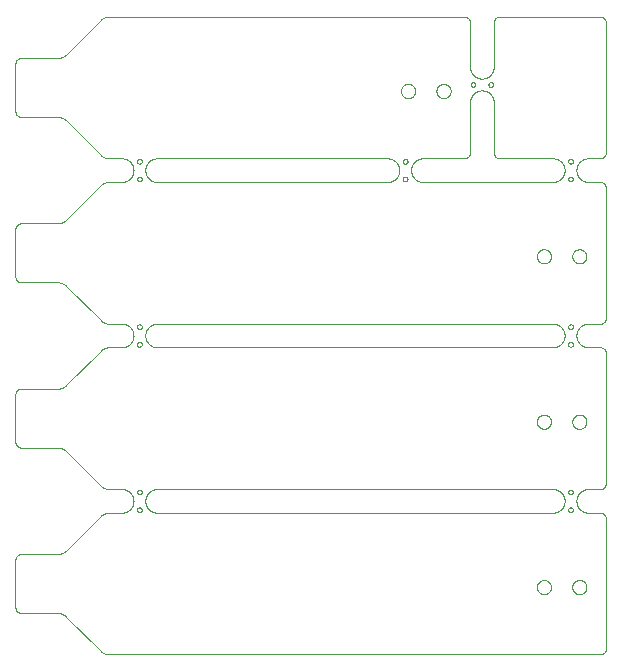
<source format=gko>
G75*
%MOIN*%
%OFA0B0*%
%FSLAX25Y25*%
%IPPOS*%
%LPD*%
%AMOC8*
5,1,8,0,0,1.08239X$1,22.5*
%
%ADD10C,0.00394*%
%ADD11C,0.00000*%
D10*
X0015617Y0017982D02*
X0015741Y0017980D01*
X0015864Y0017974D01*
X0015988Y0017965D01*
X0016110Y0017951D01*
X0016233Y0017934D01*
X0016355Y0017912D01*
X0016476Y0017887D01*
X0016596Y0017858D01*
X0016715Y0017826D01*
X0016834Y0017789D01*
X0016951Y0017749D01*
X0017066Y0017706D01*
X0017181Y0017658D01*
X0017293Y0017607D01*
X0017404Y0017553D01*
X0017514Y0017495D01*
X0017621Y0017434D01*
X0017727Y0017369D01*
X0017830Y0017301D01*
X0017931Y0017230D01*
X0018030Y0017156D01*
X0018127Y0017079D01*
X0018221Y0016998D01*
X0018312Y0016915D01*
X0018401Y0016829D01*
X0029874Y0005356D01*
X0032658Y0004203D02*
X0196382Y0004203D01*
X0196382Y0004202D02*
X0196468Y0004204D01*
X0196554Y0004209D01*
X0196639Y0004219D01*
X0196724Y0004232D01*
X0196808Y0004249D01*
X0196892Y0004269D01*
X0196974Y0004293D01*
X0197055Y0004321D01*
X0197136Y0004352D01*
X0197214Y0004386D01*
X0197291Y0004424D01*
X0197367Y0004466D01*
X0197440Y0004510D01*
X0197511Y0004558D01*
X0197581Y0004609D01*
X0197648Y0004663D01*
X0197712Y0004719D01*
X0197774Y0004779D01*
X0197834Y0004841D01*
X0197890Y0004905D01*
X0197944Y0004972D01*
X0197995Y0005042D01*
X0198043Y0005113D01*
X0198087Y0005186D01*
X0198129Y0005262D01*
X0198167Y0005339D01*
X0198201Y0005417D01*
X0198232Y0005498D01*
X0198260Y0005579D01*
X0198284Y0005661D01*
X0198304Y0005745D01*
X0198321Y0005829D01*
X0198334Y0005914D01*
X0198344Y0005999D01*
X0198349Y0006085D01*
X0198351Y0006171D01*
X0198350Y0006171D02*
X0198350Y0049478D01*
X0198351Y0049478D02*
X0198349Y0049564D01*
X0198344Y0049650D01*
X0198334Y0049735D01*
X0198321Y0049820D01*
X0198304Y0049904D01*
X0198284Y0049988D01*
X0198260Y0050070D01*
X0198232Y0050151D01*
X0198201Y0050232D01*
X0198167Y0050310D01*
X0198129Y0050387D01*
X0198087Y0050463D01*
X0198043Y0050536D01*
X0197995Y0050607D01*
X0197944Y0050677D01*
X0197890Y0050744D01*
X0197834Y0050808D01*
X0197774Y0050870D01*
X0197712Y0050930D01*
X0197648Y0050986D01*
X0197581Y0051040D01*
X0197511Y0051091D01*
X0197440Y0051139D01*
X0197367Y0051183D01*
X0197291Y0051225D01*
X0197214Y0051263D01*
X0197136Y0051297D01*
X0197055Y0051328D01*
X0196974Y0051356D01*
X0196892Y0051380D01*
X0196808Y0051400D01*
X0196724Y0051417D01*
X0196639Y0051430D01*
X0196554Y0051440D01*
X0196468Y0051445D01*
X0196382Y0051447D01*
X0192445Y0051447D01*
X0192321Y0051449D01*
X0192198Y0051455D01*
X0192074Y0051464D01*
X0191952Y0051478D01*
X0191829Y0051495D01*
X0191707Y0051517D01*
X0191586Y0051542D01*
X0191466Y0051571D01*
X0191347Y0051603D01*
X0191228Y0051640D01*
X0191111Y0051680D01*
X0190996Y0051723D01*
X0190881Y0051771D01*
X0190769Y0051822D01*
X0190658Y0051876D01*
X0190548Y0051934D01*
X0190441Y0051995D01*
X0190335Y0052060D01*
X0190232Y0052128D01*
X0190131Y0052199D01*
X0190032Y0052273D01*
X0189935Y0052350D01*
X0189841Y0052431D01*
X0189750Y0052514D01*
X0189661Y0052600D01*
X0189575Y0052689D01*
X0189492Y0052780D01*
X0189411Y0052874D01*
X0189334Y0052971D01*
X0189260Y0053070D01*
X0189189Y0053171D01*
X0189121Y0053274D01*
X0189056Y0053380D01*
X0188995Y0053487D01*
X0188937Y0053597D01*
X0188883Y0053708D01*
X0188832Y0053820D01*
X0188784Y0053935D01*
X0188741Y0054050D01*
X0188701Y0054167D01*
X0188664Y0054286D01*
X0188632Y0054405D01*
X0188603Y0054525D01*
X0188578Y0054646D01*
X0188556Y0054768D01*
X0188539Y0054891D01*
X0188525Y0055013D01*
X0188516Y0055137D01*
X0188510Y0055260D01*
X0188508Y0055384D01*
X0188510Y0055508D01*
X0188516Y0055631D01*
X0188525Y0055755D01*
X0188539Y0055877D01*
X0188556Y0056000D01*
X0188578Y0056122D01*
X0188603Y0056243D01*
X0188632Y0056363D01*
X0188664Y0056482D01*
X0188701Y0056601D01*
X0188741Y0056718D01*
X0188784Y0056833D01*
X0188832Y0056948D01*
X0188883Y0057060D01*
X0188937Y0057171D01*
X0188995Y0057281D01*
X0189056Y0057388D01*
X0189121Y0057494D01*
X0189189Y0057597D01*
X0189260Y0057698D01*
X0189334Y0057797D01*
X0189411Y0057894D01*
X0189492Y0057988D01*
X0189575Y0058079D01*
X0189661Y0058168D01*
X0189750Y0058254D01*
X0189841Y0058337D01*
X0189935Y0058418D01*
X0190032Y0058495D01*
X0190131Y0058569D01*
X0190232Y0058640D01*
X0190335Y0058708D01*
X0190441Y0058773D01*
X0190548Y0058834D01*
X0190658Y0058892D01*
X0190769Y0058946D01*
X0190881Y0058997D01*
X0190996Y0059045D01*
X0191111Y0059088D01*
X0191228Y0059128D01*
X0191347Y0059165D01*
X0191466Y0059197D01*
X0191586Y0059226D01*
X0191707Y0059251D01*
X0191829Y0059273D01*
X0191952Y0059290D01*
X0192074Y0059304D01*
X0192198Y0059313D01*
X0192321Y0059319D01*
X0192445Y0059321D01*
X0196382Y0059321D01*
X0196382Y0059320D02*
X0196468Y0059322D01*
X0196554Y0059327D01*
X0196639Y0059337D01*
X0196724Y0059350D01*
X0196808Y0059367D01*
X0196892Y0059387D01*
X0196974Y0059411D01*
X0197055Y0059439D01*
X0197136Y0059470D01*
X0197214Y0059504D01*
X0197291Y0059542D01*
X0197367Y0059584D01*
X0197440Y0059628D01*
X0197511Y0059676D01*
X0197581Y0059727D01*
X0197648Y0059781D01*
X0197712Y0059837D01*
X0197774Y0059897D01*
X0197834Y0059959D01*
X0197890Y0060023D01*
X0197944Y0060090D01*
X0197995Y0060160D01*
X0198043Y0060231D01*
X0198087Y0060305D01*
X0198129Y0060380D01*
X0198167Y0060457D01*
X0198201Y0060535D01*
X0198232Y0060616D01*
X0198260Y0060697D01*
X0198284Y0060779D01*
X0198304Y0060863D01*
X0198321Y0060947D01*
X0198334Y0061032D01*
X0198344Y0061117D01*
X0198349Y0061203D01*
X0198351Y0061289D01*
X0198350Y0061289D02*
X0198350Y0104596D01*
X0198351Y0104596D02*
X0198349Y0104682D01*
X0198344Y0104768D01*
X0198334Y0104853D01*
X0198321Y0104938D01*
X0198304Y0105022D01*
X0198284Y0105106D01*
X0198260Y0105188D01*
X0198232Y0105269D01*
X0198201Y0105350D01*
X0198167Y0105428D01*
X0198129Y0105505D01*
X0198087Y0105581D01*
X0198043Y0105654D01*
X0197995Y0105725D01*
X0197944Y0105795D01*
X0197890Y0105862D01*
X0197834Y0105926D01*
X0197774Y0105988D01*
X0197712Y0106048D01*
X0197648Y0106104D01*
X0197581Y0106158D01*
X0197511Y0106209D01*
X0197440Y0106257D01*
X0197367Y0106301D01*
X0197291Y0106343D01*
X0197214Y0106381D01*
X0197136Y0106415D01*
X0197055Y0106446D01*
X0196974Y0106474D01*
X0196892Y0106498D01*
X0196808Y0106518D01*
X0196724Y0106535D01*
X0196639Y0106548D01*
X0196554Y0106558D01*
X0196468Y0106563D01*
X0196382Y0106565D01*
X0192445Y0106565D01*
X0192321Y0106567D01*
X0192198Y0106573D01*
X0192074Y0106582D01*
X0191952Y0106596D01*
X0191829Y0106613D01*
X0191707Y0106635D01*
X0191586Y0106660D01*
X0191466Y0106689D01*
X0191347Y0106721D01*
X0191228Y0106758D01*
X0191111Y0106798D01*
X0190996Y0106841D01*
X0190881Y0106889D01*
X0190769Y0106940D01*
X0190658Y0106994D01*
X0190548Y0107052D01*
X0190441Y0107113D01*
X0190335Y0107178D01*
X0190232Y0107246D01*
X0190131Y0107317D01*
X0190032Y0107391D01*
X0189935Y0107468D01*
X0189841Y0107549D01*
X0189750Y0107632D01*
X0189661Y0107718D01*
X0189575Y0107807D01*
X0189492Y0107898D01*
X0189411Y0107992D01*
X0189334Y0108089D01*
X0189260Y0108188D01*
X0189189Y0108289D01*
X0189121Y0108392D01*
X0189056Y0108498D01*
X0188995Y0108605D01*
X0188937Y0108715D01*
X0188883Y0108826D01*
X0188832Y0108938D01*
X0188784Y0109053D01*
X0188741Y0109168D01*
X0188701Y0109285D01*
X0188664Y0109404D01*
X0188632Y0109523D01*
X0188603Y0109643D01*
X0188578Y0109764D01*
X0188556Y0109886D01*
X0188539Y0110009D01*
X0188525Y0110131D01*
X0188516Y0110255D01*
X0188510Y0110378D01*
X0188508Y0110502D01*
X0188510Y0110626D01*
X0188516Y0110749D01*
X0188525Y0110873D01*
X0188539Y0110995D01*
X0188556Y0111118D01*
X0188578Y0111240D01*
X0188603Y0111361D01*
X0188632Y0111481D01*
X0188664Y0111600D01*
X0188701Y0111719D01*
X0188741Y0111836D01*
X0188784Y0111951D01*
X0188832Y0112066D01*
X0188883Y0112178D01*
X0188937Y0112289D01*
X0188995Y0112399D01*
X0189056Y0112506D01*
X0189121Y0112612D01*
X0189189Y0112715D01*
X0189260Y0112816D01*
X0189334Y0112915D01*
X0189411Y0113012D01*
X0189492Y0113106D01*
X0189575Y0113197D01*
X0189661Y0113286D01*
X0189750Y0113372D01*
X0189841Y0113455D01*
X0189935Y0113536D01*
X0190032Y0113613D01*
X0190131Y0113687D01*
X0190232Y0113758D01*
X0190335Y0113826D01*
X0190441Y0113891D01*
X0190548Y0113952D01*
X0190658Y0114010D01*
X0190769Y0114064D01*
X0190881Y0114115D01*
X0190996Y0114163D01*
X0191111Y0114206D01*
X0191228Y0114246D01*
X0191347Y0114283D01*
X0191466Y0114315D01*
X0191586Y0114344D01*
X0191707Y0114369D01*
X0191829Y0114391D01*
X0191952Y0114408D01*
X0192074Y0114422D01*
X0192198Y0114431D01*
X0192321Y0114437D01*
X0192445Y0114439D01*
X0196382Y0114439D01*
X0196382Y0114438D02*
X0196468Y0114440D01*
X0196554Y0114445D01*
X0196639Y0114455D01*
X0196724Y0114468D01*
X0196808Y0114485D01*
X0196892Y0114505D01*
X0196974Y0114529D01*
X0197055Y0114557D01*
X0197136Y0114588D01*
X0197214Y0114622D01*
X0197291Y0114660D01*
X0197367Y0114702D01*
X0197440Y0114746D01*
X0197511Y0114794D01*
X0197581Y0114845D01*
X0197648Y0114899D01*
X0197712Y0114955D01*
X0197774Y0115015D01*
X0197834Y0115077D01*
X0197890Y0115141D01*
X0197944Y0115208D01*
X0197995Y0115278D01*
X0198043Y0115349D01*
X0198087Y0115423D01*
X0198129Y0115498D01*
X0198167Y0115575D01*
X0198201Y0115653D01*
X0198232Y0115734D01*
X0198260Y0115815D01*
X0198284Y0115897D01*
X0198304Y0115981D01*
X0198321Y0116065D01*
X0198334Y0116150D01*
X0198344Y0116235D01*
X0198349Y0116321D01*
X0198351Y0116407D01*
X0198350Y0116407D02*
X0198350Y0159715D01*
X0198351Y0159715D02*
X0198349Y0159801D01*
X0198344Y0159887D01*
X0198334Y0159972D01*
X0198321Y0160057D01*
X0198304Y0160141D01*
X0198284Y0160225D01*
X0198260Y0160307D01*
X0198232Y0160388D01*
X0198201Y0160469D01*
X0198167Y0160547D01*
X0198129Y0160624D01*
X0198087Y0160700D01*
X0198043Y0160773D01*
X0197995Y0160844D01*
X0197944Y0160914D01*
X0197890Y0160981D01*
X0197834Y0161045D01*
X0197774Y0161107D01*
X0197712Y0161167D01*
X0197648Y0161223D01*
X0197581Y0161277D01*
X0197511Y0161328D01*
X0197440Y0161376D01*
X0197367Y0161420D01*
X0197291Y0161462D01*
X0197214Y0161500D01*
X0197136Y0161534D01*
X0197055Y0161565D01*
X0196974Y0161593D01*
X0196892Y0161617D01*
X0196808Y0161637D01*
X0196724Y0161654D01*
X0196639Y0161667D01*
X0196554Y0161677D01*
X0196468Y0161682D01*
X0196382Y0161684D01*
X0196382Y0161683D02*
X0192445Y0161683D01*
X0192321Y0161685D01*
X0192198Y0161691D01*
X0192074Y0161700D01*
X0191952Y0161714D01*
X0191829Y0161731D01*
X0191707Y0161753D01*
X0191586Y0161778D01*
X0191466Y0161807D01*
X0191347Y0161839D01*
X0191228Y0161876D01*
X0191111Y0161916D01*
X0190996Y0161959D01*
X0190881Y0162007D01*
X0190769Y0162058D01*
X0190658Y0162112D01*
X0190548Y0162170D01*
X0190441Y0162231D01*
X0190335Y0162296D01*
X0190232Y0162364D01*
X0190131Y0162435D01*
X0190032Y0162509D01*
X0189935Y0162586D01*
X0189841Y0162667D01*
X0189750Y0162750D01*
X0189661Y0162836D01*
X0189575Y0162925D01*
X0189492Y0163016D01*
X0189411Y0163110D01*
X0189334Y0163207D01*
X0189260Y0163306D01*
X0189189Y0163407D01*
X0189121Y0163510D01*
X0189056Y0163616D01*
X0188995Y0163723D01*
X0188937Y0163833D01*
X0188883Y0163944D01*
X0188832Y0164056D01*
X0188784Y0164171D01*
X0188741Y0164286D01*
X0188701Y0164403D01*
X0188664Y0164522D01*
X0188632Y0164641D01*
X0188603Y0164761D01*
X0188578Y0164882D01*
X0188556Y0165004D01*
X0188539Y0165127D01*
X0188525Y0165249D01*
X0188516Y0165373D01*
X0188510Y0165496D01*
X0188508Y0165620D01*
X0188510Y0165744D01*
X0188516Y0165867D01*
X0188525Y0165991D01*
X0188539Y0166113D01*
X0188556Y0166236D01*
X0188578Y0166358D01*
X0188603Y0166479D01*
X0188632Y0166599D01*
X0188664Y0166718D01*
X0188701Y0166837D01*
X0188741Y0166954D01*
X0188784Y0167069D01*
X0188832Y0167184D01*
X0188883Y0167296D01*
X0188937Y0167407D01*
X0188995Y0167517D01*
X0189056Y0167624D01*
X0189121Y0167730D01*
X0189189Y0167833D01*
X0189260Y0167934D01*
X0189334Y0168033D01*
X0189411Y0168130D01*
X0189492Y0168224D01*
X0189575Y0168315D01*
X0189661Y0168404D01*
X0189750Y0168490D01*
X0189841Y0168573D01*
X0189935Y0168654D01*
X0190032Y0168731D01*
X0190131Y0168805D01*
X0190232Y0168876D01*
X0190335Y0168944D01*
X0190441Y0169009D01*
X0190548Y0169070D01*
X0190658Y0169128D01*
X0190769Y0169182D01*
X0190881Y0169233D01*
X0190996Y0169281D01*
X0191111Y0169324D01*
X0191228Y0169364D01*
X0191347Y0169401D01*
X0191466Y0169433D01*
X0191586Y0169462D01*
X0191707Y0169487D01*
X0191829Y0169509D01*
X0191952Y0169526D01*
X0192074Y0169540D01*
X0192198Y0169549D01*
X0192321Y0169555D01*
X0192445Y0169557D01*
X0196382Y0169557D01*
X0196468Y0169559D01*
X0196554Y0169564D01*
X0196639Y0169574D01*
X0196724Y0169587D01*
X0196808Y0169604D01*
X0196892Y0169624D01*
X0196974Y0169648D01*
X0197055Y0169676D01*
X0197136Y0169707D01*
X0197214Y0169741D01*
X0197291Y0169779D01*
X0197367Y0169821D01*
X0197440Y0169865D01*
X0197511Y0169913D01*
X0197581Y0169964D01*
X0197648Y0170018D01*
X0197712Y0170074D01*
X0197774Y0170134D01*
X0197834Y0170196D01*
X0197890Y0170260D01*
X0197944Y0170327D01*
X0197995Y0170397D01*
X0198043Y0170468D01*
X0198087Y0170542D01*
X0198129Y0170617D01*
X0198167Y0170694D01*
X0198201Y0170772D01*
X0198232Y0170853D01*
X0198260Y0170934D01*
X0198284Y0171016D01*
X0198304Y0171100D01*
X0198321Y0171184D01*
X0198334Y0171269D01*
X0198344Y0171354D01*
X0198349Y0171440D01*
X0198351Y0171526D01*
X0198350Y0171526D02*
X0198350Y0214833D01*
X0198351Y0214833D02*
X0198349Y0214919D01*
X0198344Y0215005D01*
X0198334Y0215090D01*
X0198321Y0215175D01*
X0198304Y0215259D01*
X0198284Y0215343D01*
X0198260Y0215425D01*
X0198232Y0215506D01*
X0198201Y0215587D01*
X0198167Y0215665D01*
X0198129Y0215742D01*
X0198087Y0215818D01*
X0198043Y0215891D01*
X0197995Y0215962D01*
X0197944Y0216032D01*
X0197890Y0216099D01*
X0197834Y0216163D01*
X0197774Y0216225D01*
X0197712Y0216285D01*
X0197648Y0216341D01*
X0197581Y0216395D01*
X0197511Y0216446D01*
X0197440Y0216494D01*
X0197367Y0216538D01*
X0197291Y0216580D01*
X0197214Y0216618D01*
X0197136Y0216652D01*
X0197055Y0216683D01*
X0196974Y0216711D01*
X0196892Y0216735D01*
X0196808Y0216755D01*
X0196724Y0216772D01*
X0196639Y0216785D01*
X0196554Y0216795D01*
X0196468Y0216800D01*
X0196382Y0216802D01*
X0196382Y0216801D02*
X0162917Y0216801D01*
X0162917Y0216802D02*
X0162831Y0216800D01*
X0162745Y0216795D01*
X0162660Y0216785D01*
X0162575Y0216772D01*
X0162491Y0216755D01*
X0162407Y0216735D01*
X0162325Y0216711D01*
X0162244Y0216683D01*
X0162163Y0216652D01*
X0162085Y0216618D01*
X0162008Y0216580D01*
X0161933Y0216538D01*
X0161859Y0216494D01*
X0161788Y0216446D01*
X0161718Y0216395D01*
X0161651Y0216341D01*
X0161587Y0216285D01*
X0161525Y0216225D01*
X0161465Y0216163D01*
X0161409Y0216099D01*
X0161355Y0216032D01*
X0161304Y0215962D01*
X0161256Y0215891D01*
X0161212Y0215818D01*
X0161170Y0215742D01*
X0161132Y0215665D01*
X0161098Y0215587D01*
X0161067Y0215506D01*
X0161039Y0215425D01*
X0161015Y0215343D01*
X0160995Y0215259D01*
X0160978Y0215175D01*
X0160965Y0215090D01*
X0160955Y0215005D01*
X0160950Y0214919D01*
X0160948Y0214833D01*
X0160949Y0214833D02*
X0160949Y0200069D01*
X0160947Y0199945D01*
X0160941Y0199822D01*
X0160932Y0199698D01*
X0160918Y0199576D01*
X0160901Y0199453D01*
X0160879Y0199331D01*
X0160854Y0199210D01*
X0160825Y0199090D01*
X0160793Y0198971D01*
X0160756Y0198852D01*
X0160716Y0198735D01*
X0160673Y0198620D01*
X0160625Y0198505D01*
X0160574Y0198393D01*
X0160520Y0198282D01*
X0160462Y0198172D01*
X0160401Y0198065D01*
X0160336Y0197959D01*
X0160268Y0197856D01*
X0160197Y0197755D01*
X0160123Y0197656D01*
X0160046Y0197559D01*
X0159965Y0197465D01*
X0159882Y0197374D01*
X0159796Y0197285D01*
X0159707Y0197199D01*
X0159616Y0197116D01*
X0159522Y0197035D01*
X0159425Y0196958D01*
X0159326Y0196884D01*
X0159225Y0196813D01*
X0159122Y0196745D01*
X0159016Y0196680D01*
X0158909Y0196619D01*
X0158799Y0196561D01*
X0158688Y0196507D01*
X0158576Y0196456D01*
X0158461Y0196408D01*
X0158346Y0196365D01*
X0158229Y0196325D01*
X0158110Y0196288D01*
X0157991Y0196256D01*
X0157871Y0196227D01*
X0157750Y0196202D01*
X0157628Y0196180D01*
X0157505Y0196163D01*
X0157383Y0196149D01*
X0157259Y0196140D01*
X0157136Y0196134D01*
X0157012Y0196132D01*
X0156888Y0196134D01*
X0156765Y0196140D01*
X0156641Y0196149D01*
X0156519Y0196163D01*
X0156396Y0196180D01*
X0156274Y0196202D01*
X0156153Y0196227D01*
X0156033Y0196256D01*
X0155914Y0196288D01*
X0155795Y0196325D01*
X0155678Y0196365D01*
X0155563Y0196408D01*
X0155448Y0196456D01*
X0155336Y0196507D01*
X0155225Y0196561D01*
X0155115Y0196619D01*
X0155008Y0196680D01*
X0154902Y0196745D01*
X0154799Y0196813D01*
X0154698Y0196884D01*
X0154599Y0196958D01*
X0154502Y0197035D01*
X0154408Y0197116D01*
X0154317Y0197199D01*
X0154228Y0197285D01*
X0154142Y0197374D01*
X0154059Y0197465D01*
X0153978Y0197559D01*
X0153901Y0197656D01*
X0153827Y0197755D01*
X0153756Y0197856D01*
X0153688Y0197959D01*
X0153623Y0198065D01*
X0153562Y0198172D01*
X0153504Y0198282D01*
X0153450Y0198393D01*
X0153399Y0198505D01*
X0153351Y0198620D01*
X0153308Y0198735D01*
X0153268Y0198852D01*
X0153231Y0198971D01*
X0153199Y0199090D01*
X0153170Y0199210D01*
X0153145Y0199331D01*
X0153123Y0199453D01*
X0153106Y0199576D01*
X0153092Y0199698D01*
X0153083Y0199822D01*
X0153077Y0199945D01*
X0153075Y0200069D01*
X0153075Y0214833D01*
X0153073Y0214919D01*
X0153068Y0215005D01*
X0153058Y0215090D01*
X0153045Y0215175D01*
X0153028Y0215259D01*
X0153008Y0215343D01*
X0152984Y0215425D01*
X0152956Y0215506D01*
X0152925Y0215587D01*
X0152891Y0215665D01*
X0152853Y0215742D01*
X0152811Y0215818D01*
X0152767Y0215891D01*
X0152719Y0215962D01*
X0152668Y0216032D01*
X0152614Y0216099D01*
X0152558Y0216163D01*
X0152498Y0216225D01*
X0152436Y0216285D01*
X0152372Y0216341D01*
X0152305Y0216395D01*
X0152235Y0216446D01*
X0152164Y0216494D01*
X0152091Y0216538D01*
X0152015Y0216580D01*
X0151938Y0216618D01*
X0151860Y0216652D01*
X0151779Y0216683D01*
X0151698Y0216711D01*
X0151616Y0216735D01*
X0151532Y0216755D01*
X0151448Y0216772D01*
X0151363Y0216785D01*
X0151278Y0216795D01*
X0151192Y0216800D01*
X0151106Y0216802D01*
X0151106Y0216801D02*
X0032658Y0216801D01*
X0029874Y0215648D02*
X0018401Y0204175D01*
X0015617Y0203022D02*
X0003469Y0203022D01*
X0003383Y0203020D01*
X0003297Y0203015D01*
X0003212Y0203005D01*
X0003127Y0202992D01*
X0003043Y0202975D01*
X0002959Y0202955D01*
X0002877Y0202931D01*
X0002796Y0202903D01*
X0002715Y0202872D01*
X0002637Y0202838D01*
X0002560Y0202800D01*
X0002485Y0202758D01*
X0002411Y0202714D01*
X0002340Y0202666D01*
X0002270Y0202615D01*
X0002203Y0202561D01*
X0002139Y0202505D01*
X0002077Y0202445D01*
X0002017Y0202383D01*
X0001961Y0202319D01*
X0001907Y0202252D01*
X0001856Y0202182D01*
X0001808Y0202111D01*
X0001764Y0202038D01*
X0001722Y0201962D01*
X0001684Y0201885D01*
X0001650Y0201807D01*
X0001619Y0201726D01*
X0001591Y0201645D01*
X0001567Y0201563D01*
X0001547Y0201479D01*
X0001530Y0201395D01*
X0001517Y0201310D01*
X0001507Y0201225D01*
X0001502Y0201139D01*
X0001500Y0201053D01*
X0001500Y0185305D01*
X0001502Y0185219D01*
X0001507Y0185133D01*
X0001517Y0185048D01*
X0001530Y0184963D01*
X0001547Y0184879D01*
X0001567Y0184795D01*
X0001591Y0184713D01*
X0001619Y0184632D01*
X0001650Y0184551D01*
X0001684Y0184473D01*
X0001722Y0184396D01*
X0001764Y0184321D01*
X0001808Y0184247D01*
X0001856Y0184176D01*
X0001907Y0184106D01*
X0001961Y0184039D01*
X0002017Y0183975D01*
X0002077Y0183913D01*
X0002139Y0183853D01*
X0002203Y0183797D01*
X0002270Y0183743D01*
X0002340Y0183692D01*
X0002411Y0183644D01*
X0002484Y0183600D01*
X0002560Y0183558D01*
X0002637Y0183520D01*
X0002715Y0183486D01*
X0002796Y0183455D01*
X0002877Y0183427D01*
X0002959Y0183403D01*
X0003043Y0183383D01*
X0003127Y0183366D01*
X0003212Y0183353D01*
X0003297Y0183343D01*
X0003383Y0183338D01*
X0003469Y0183336D01*
X0003469Y0183337D02*
X0015617Y0183337D01*
X0018401Y0182183D02*
X0029874Y0170710D01*
X0032658Y0169557D02*
X0036933Y0169557D01*
X0037057Y0169555D01*
X0037180Y0169549D01*
X0037304Y0169540D01*
X0037426Y0169526D01*
X0037549Y0169509D01*
X0037671Y0169487D01*
X0037792Y0169462D01*
X0037912Y0169433D01*
X0038031Y0169401D01*
X0038150Y0169364D01*
X0038267Y0169324D01*
X0038382Y0169281D01*
X0038497Y0169233D01*
X0038609Y0169182D01*
X0038720Y0169128D01*
X0038830Y0169070D01*
X0038937Y0169009D01*
X0039043Y0168944D01*
X0039146Y0168876D01*
X0039247Y0168805D01*
X0039346Y0168731D01*
X0039443Y0168654D01*
X0039537Y0168573D01*
X0039628Y0168490D01*
X0039717Y0168404D01*
X0039803Y0168315D01*
X0039886Y0168224D01*
X0039967Y0168130D01*
X0040044Y0168033D01*
X0040118Y0167934D01*
X0040189Y0167833D01*
X0040257Y0167730D01*
X0040322Y0167624D01*
X0040383Y0167517D01*
X0040441Y0167407D01*
X0040495Y0167296D01*
X0040546Y0167184D01*
X0040594Y0167069D01*
X0040637Y0166954D01*
X0040677Y0166837D01*
X0040714Y0166718D01*
X0040746Y0166599D01*
X0040775Y0166479D01*
X0040800Y0166358D01*
X0040822Y0166236D01*
X0040839Y0166113D01*
X0040853Y0165991D01*
X0040862Y0165867D01*
X0040868Y0165744D01*
X0040870Y0165620D01*
X0040868Y0165496D01*
X0040862Y0165373D01*
X0040853Y0165249D01*
X0040839Y0165127D01*
X0040822Y0165004D01*
X0040800Y0164882D01*
X0040775Y0164761D01*
X0040746Y0164641D01*
X0040714Y0164522D01*
X0040677Y0164403D01*
X0040637Y0164286D01*
X0040594Y0164171D01*
X0040546Y0164056D01*
X0040495Y0163944D01*
X0040441Y0163833D01*
X0040383Y0163723D01*
X0040322Y0163616D01*
X0040257Y0163510D01*
X0040189Y0163407D01*
X0040118Y0163306D01*
X0040044Y0163207D01*
X0039967Y0163110D01*
X0039886Y0163016D01*
X0039803Y0162925D01*
X0039717Y0162836D01*
X0039628Y0162750D01*
X0039537Y0162667D01*
X0039443Y0162586D01*
X0039346Y0162509D01*
X0039247Y0162435D01*
X0039146Y0162364D01*
X0039043Y0162296D01*
X0038937Y0162231D01*
X0038830Y0162170D01*
X0038720Y0162112D01*
X0038609Y0162058D01*
X0038497Y0162007D01*
X0038382Y0161959D01*
X0038267Y0161916D01*
X0038150Y0161876D01*
X0038031Y0161839D01*
X0037912Y0161807D01*
X0037792Y0161778D01*
X0037671Y0161753D01*
X0037549Y0161731D01*
X0037426Y0161714D01*
X0037304Y0161700D01*
X0037180Y0161691D01*
X0037057Y0161685D01*
X0036933Y0161683D01*
X0032658Y0161683D01*
X0029874Y0160530D02*
X0018401Y0149057D01*
X0015617Y0147904D02*
X0003469Y0147904D01*
X0003383Y0147902D01*
X0003297Y0147897D01*
X0003212Y0147887D01*
X0003127Y0147874D01*
X0003043Y0147857D01*
X0002959Y0147837D01*
X0002877Y0147813D01*
X0002796Y0147785D01*
X0002715Y0147754D01*
X0002637Y0147720D01*
X0002560Y0147682D01*
X0002485Y0147640D01*
X0002411Y0147596D01*
X0002340Y0147548D01*
X0002270Y0147497D01*
X0002203Y0147443D01*
X0002139Y0147387D01*
X0002077Y0147327D01*
X0002017Y0147265D01*
X0001961Y0147201D01*
X0001907Y0147134D01*
X0001856Y0147064D01*
X0001808Y0146993D01*
X0001764Y0146920D01*
X0001722Y0146844D01*
X0001684Y0146767D01*
X0001650Y0146689D01*
X0001619Y0146608D01*
X0001591Y0146527D01*
X0001567Y0146445D01*
X0001547Y0146361D01*
X0001530Y0146277D01*
X0001517Y0146192D01*
X0001507Y0146107D01*
X0001502Y0146021D01*
X0001500Y0145935D01*
X0001500Y0130187D01*
X0001502Y0130101D01*
X0001507Y0130015D01*
X0001517Y0129930D01*
X0001530Y0129845D01*
X0001547Y0129761D01*
X0001567Y0129677D01*
X0001591Y0129595D01*
X0001619Y0129514D01*
X0001650Y0129433D01*
X0001684Y0129355D01*
X0001722Y0129278D01*
X0001764Y0129203D01*
X0001808Y0129129D01*
X0001856Y0129058D01*
X0001907Y0128988D01*
X0001961Y0128921D01*
X0002017Y0128857D01*
X0002077Y0128795D01*
X0002139Y0128735D01*
X0002203Y0128679D01*
X0002270Y0128625D01*
X0002340Y0128574D01*
X0002411Y0128526D01*
X0002484Y0128482D01*
X0002560Y0128440D01*
X0002637Y0128402D01*
X0002715Y0128368D01*
X0002796Y0128337D01*
X0002877Y0128309D01*
X0002959Y0128285D01*
X0003043Y0128265D01*
X0003127Y0128248D01*
X0003212Y0128235D01*
X0003297Y0128225D01*
X0003383Y0128220D01*
X0003469Y0128218D01*
X0003469Y0128219D02*
X0015617Y0128219D01*
X0018401Y0127065D02*
X0029874Y0115592D01*
X0032658Y0114439D02*
X0036933Y0114439D01*
X0037057Y0114437D01*
X0037180Y0114431D01*
X0037304Y0114422D01*
X0037426Y0114408D01*
X0037549Y0114391D01*
X0037671Y0114369D01*
X0037792Y0114344D01*
X0037912Y0114315D01*
X0038031Y0114283D01*
X0038150Y0114246D01*
X0038267Y0114206D01*
X0038382Y0114163D01*
X0038497Y0114115D01*
X0038609Y0114064D01*
X0038720Y0114010D01*
X0038830Y0113952D01*
X0038937Y0113891D01*
X0039043Y0113826D01*
X0039146Y0113758D01*
X0039247Y0113687D01*
X0039346Y0113613D01*
X0039443Y0113536D01*
X0039537Y0113455D01*
X0039628Y0113372D01*
X0039717Y0113286D01*
X0039803Y0113197D01*
X0039886Y0113106D01*
X0039967Y0113012D01*
X0040044Y0112915D01*
X0040118Y0112816D01*
X0040189Y0112715D01*
X0040257Y0112612D01*
X0040322Y0112506D01*
X0040383Y0112399D01*
X0040441Y0112289D01*
X0040495Y0112178D01*
X0040546Y0112066D01*
X0040594Y0111951D01*
X0040637Y0111836D01*
X0040677Y0111719D01*
X0040714Y0111600D01*
X0040746Y0111481D01*
X0040775Y0111361D01*
X0040800Y0111240D01*
X0040822Y0111118D01*
X0040839Y0110995D01*
X0040853Y0110873D01*
X0040862Y0110749D01*
X0040868Y0110626D01*
X0040870Y0110502D01*
X0040868Y0110378D01*
X0040862Y0110255D01*
X0040853Y0110131D01*
X0040839Y0110009D01*
X0040822Y0109886D01*
X0040800Y0109764D01*
X0040775Y0109643D01*
X0040746Y0109523D01*
X0040714Y0109404D01*
X0040677Y0109285D01*
X0040637Y0109168D01*
X0040594Y0109053D01*
X0040546Y0108938D01*
X0040495Y0108826D01*
X0040441Y0108715D01*
X0040383Y0108605D01*
X0040322Y0108498D01*
X0040257Y0108392D01*
X0040189Y0108289D01*
X0040118Y0108188D01*
X0040044Y0108089D01*
X0039967Y0107992D01*
X0039886Y0107898D01*
X0039803Y0107807D01*
X0039717Y0107718D01*
X0039628Y0107632D01*
X0039537Y0107549D01*
X0039443Y0107468D01*
X0039346Y0107391D01*
X0039247Y0107317D01*
X0039146Y0107246D01*
X0039043Y0107178D01*
X0038937Y0107113D01*
X0038830Y0107052D01*
X0038720Y0106994D01*
X0038609Y0106940D01*
X0038497Y0106889D01*
X0038382Y0106841D01*
X0038267Y0106798D01*
X0038150Y0106758D01*
X0038031Y0106721D01*
X0037912Y0106689D01*
X0037792Y0106660D01*
X0037671Y0106635D01*
X0037549Y0106613D01*
X0037426Y0106596D01*
X0037304Y0106582D01*
X0037180Y0106573D01*
X0037057Y0106567D01*
X0036933Y0106565D01*
X0032658Y0106565D01*
X0029874Y0105412D02*
X0018401Y0093939D01*
X0015617Y0092785D02*
X0003469Y0092785D01*
X0003469Y0092786D02*
X0003383Y0092784D01*
X0003297Y0092779D01*
X0003212Y0092769D01*
X0003127Y0092756D01*
X0003043Y0092739D01*
X0002959Y0092719D01*
X0002877Y0092695D01*
X0002796Y0092667D01*
X0002715Y0092636D01*
X0002637Y0092602D01*
X0002560Y0092564D01*
X0002485Y0092522D01*
X0002411Y0092478D01*
X0002340Y0092430D01*
X0002270Y0092379D01*
X0002203Y0092325D01*
X0002139Y0092269D01*
X0002077Y0092209D01*
X0002017Y0092147D01*
X0001961Y0092083D01*
X0001907Y0092016D01*
X0001856Y0091946D01*
X0001808Y0091875D01*
X0001764Y0091802D01*
X0001722Y0091726D01*
X0001684Y0091649D01*
X0001650Y0091571D01*
X0001619Y0091490D01*
X0001591Y0091409D01*
X0001567Y0091327D01*
X0001547Y0091243D01*
X0001530Y0091159D01*
X0001517Y0091074D01*
X0001507Y0090989D01*
X0001502Y0090903D01*
X0001500Y0090817D01*
X0001500Y0075069D01*
X0001502Y0074983D01*
X0001507Y0074897D01*
X0001517Y0074812D01*
X0001530Y0074727D01*
X0001547Y0074643D01*
X0001567Y0074559D01*
X0001591Y0074477D01*
X0001619Y0074396D01*
X0001650Y0074315D01*
X0001684Y0074237D01*
X0001722Y0074160D01*
X0001764Y0074085D01*
X0001808Y0074011D01*
X0001856Y0073940D01*
X0001907Y0073870D01*
X0001961Y0073803D01*
X0002017Y0073739D01*
X0002077Y0073677D01*
X0002139Y0073617D01*
X0002203Y0073561D01*
X0002270Y0073507D01*
X0002340Y0073456D01*
X0002411Y0073408D01*
X0002484Y0073364D01*
X0002560Y0073322D01*
X0002637Y0073284D01*
X0002715Y0073250D01*
X0002796Y0073219D01*
X0002877Y0073191D01*
X0002959Y0073167D01*
X0003043Y0073147D01*
X0003127Y0073130D01*
X0003212Y0073117D01*
X0003297Y0073107D01*
X0003383Y0073102D01*
X0003469Y0073100D01*
X0015617Y0073100D01*
X0018401Y0071947D02*
X0029874Y0060474D01*
X0032658Y0059321D02*
X0036933Y0059321D01*
X0037057Y0059319D01*
X0037180Y0059313D01*
X0037304Y0059304D01*
X0037426Y0059290D01*
X0037549Y0059273D01*
X0037671Y0059251D01*
X0037792Y0059226D01*
X0037912Y0059197D01*
X0038031Y0059165D01*
X0038150Y0059128D01*
X0038267Y0059088D01*
X0038382Y0059045D01*
X0038497Y0058997D01*
X0038609Y0058946D01*
X0038720Y0058892D01*
X0038830Y0058834D01*
X0038937Y0058773D01*
X0039043Y0058708D01*
X0039146Y0058640D01*
X0039247Y0058569D01*
X0039346Y0058495D01*
X0039443Y0058418D01*
X0039537Y0058337D01*
X0039628Y0058254D01*
X0039717Y0058168D01*
X0039803Y0058079D01*
X0039886Y0057988D01*
X0039967Y0057894D01*
X0040044Y0057797D01*
X0040118Y0057698D01*
X0040189Y0057597D01*
X0040257Y0057494D01*
X0040322Y0057388D01*
X0040383Y0057281D01*
X0040441Y0057171D01*
X0040495Y0057060D01*
X0040546Y0056948D01*
X0040594Y0056833D01*
X0040637Y0056718D01*
X0040677Y0056601D01*
X0040714Y0056482D01*
X0040746Y0056363D01*
X0040775Y0056243D01*
X0040800Y0056122D01*
X0040822Y0056000D01*
X0040839Y0055877D01*
X0040853Y0055755D01*
X0040862Y0055631D01*
X0040868Y0055508D01*
X0040870Y0055384D01*
X0040868Y0055260D01*
X0040862Y0055137D01*
X0040853Y0055013D01*
X0040839Y0054891D01*
X0040822Y0054768D01*
X0040800Y0054646D01*
X0040775Y0054525D01*
X0040746Y0054405D01*
X0040714Y0054286D01*
X0040677Y0054167D01*
X0040637Y0054050D01*
X0040594Y0053935D01*
X0040546Y0053820D01*
X0040495Y0053708D01*
X0040441Y0053597D01*
X0040383Y0053487D01*
X0040322Y0053380D01*
X0040257Y0053274D01*
X0040189Y0053171D01*
X0040118Y0053070D01*
X0040044Y0052971D01*
X0039967Y0052874D01*
X0039886Y0052780D01*
X0039803Y0052689D01*
X0039717Y0052600D01*
X0039628Y0052514D01*
X0039537Y0052431D01*
X0039443Y0052350D01*
X0039346Y0052273D01*
X0039247Y0052199D01*
X0039146Y0052128D01*
X0039043Y0052060D01*
X0038937Y0051995D01*
X0038830Y0051934D01*
X0038720Y0051876D01*
X0038609Y0051822D01*
X0038497Y0051771D01*
X0038382Y0051723D01*
X0038267Y0051680D01*
X0038150Y0051640D01*
X0038031Y0051603D01*
X0037912Y0051571D01*
X0037792Y0051542D01*
X0037671Y0051517D01*
X0037549Y0051495D01*
X0037426Y0051478D01*
X0037304Y0051464D01*
X0037180Y0051455D01*
X0037057Y0051449D01*
X0036933Y0051447D01*
X0032658Y0051447D01*
X0029874Y0050294D02*
X0018401Y0038820D01*
X0015617Y0037667D02*
X0003469Y0037667D01*
X0003469Y0037668D02*
X0003383Y0037666D01*
X0003297Y0037661D01*
X0003212Y0037651D01*
X0003127Y0037638D01*
X0003043Y0037621D01*
X0002959Y0037601D01*
X0002877Y0037577D01*
X0002796Y0037549D01*
X0002715Y0037518D01*
X0002637Y0037484D01*
X0002560Y0037446D01*
X0002485Y0037404D01*
X0002411Y0037360D01*
X0002340Y0037312D01*
X0002270Y0037261D01*
X0002203Y0037207D01*
X0002139Y0037151D01*
X0002077Y0037091D01*
X0002017Y0037029D01*
X0001961Y0036965D01*
X0001907Y0036898D01*
X0001856Y0036828D01*
X0001808Y0036757D01*
X0001764Y0036684D01*
X0001722Y0036608D01*
X0001684Y0036531D01*
X0001650Y0036453D01*
X0001619Y0036372D01*
X0001591Y0036291D01*
X0001567Y0036209D01*
X0001547Y0036125D01*
X0001530Y0036041D01*
X0001517Y0035956D01*
X0001507Y0035871D01*
X0001502Y0035785D01*
X0001500Y0035699D01*
X0001500Y0019951D01*
X0001502Y0019865D01*
X0001507Y0019779D01*
X0001517Y0019694D01*
X0001530Y0019609D01*
X0001547Y0019525D01*
X0001567Y0019441D01*
X0001591Y0019359D01*
X0001619Y0019278D01*
X0001650Y0019197D01*
X0001684Y0019119D01*
X0001722Y0019042D01*
X0001764Y0018967D01*
X0001808Y0018893D01*
X0001856Y0018822D01*
X0001907Y0018752D01*
X0001961Y0018685D01*
X0002017Y0018621D01*
X0002077Y0018559D01*
X0002139Y0018499D01*
X0002203Y0018443D01*
X0002270Y0018389D01*
X0002340Y0018338D01*
X0002411Y0018290D01*
X0002484Y0018246D01*
X0002560Y0018204D01*
X0002637Y0018166D01*
X0002715Y0018132D01*
X0002796Y0018101D01*
X0002877Y0018073D01*
X0002959Y0018049D01*
X0003043Y0018029D01*
X0003127Y0018012D01*
X0003212Y0017999D01*
X0003297Y0017989D01*
X0003383Y0017984D01*
X0003469Y0017982D01*
X0015617Y0017982D01*
X0029874Y0005356D02*
X0029963Y0005270D01*
X0030054Y0005187D01*
X0030148Y0005106D01*
X0030245Y0005029D01*
X0030344Y0004955D01*
X0030445Y0004884D01*
X0030548Y0004816D01*
X0030654Y0004751D01*
X0030761Y0004690D01*
X0030871Y0004632D01*
X0030982Y0004578D01*
X0031094Y0004527D01*
X0031209Y0004479D01*
X0031324Y0004436D01*
X0031441Y0004396D01*
X0031560Y0004359D01*
X0031679Y0004327D01*
X0031799Y0004298D01*
X0031920Y0004273D01*
X0032042Y0004251D01*
X0032165Y0004234D01*
X0032287Y0004220D01*
X0032411Y0004211D01*
X0032534Y0004205D01*
X0032658Y0004203D01*
X0018401Y0038820D02*
X0018312Y0038734D01*
X0018221Y0038651D01*
X0018127Y0038570D01*
X0018030Y0038493D01*
X0017931Y0038419D01*
X0017830Y0038348D01*
X0017727Y0038280D01*
X0017621Y0038215D01*
X0017514Y0038154D01*
X0017404Y0038096D01*
X0017293Y0038042D01*
X0017181Y0037991D01*
X0017066Y0037943D01*
X0016951Y0037900D01*
X0016834Y0037860D01*
X0016715Y0037823D01*
X0016596Y0037791D01*
X0016476Y0037762D01*
X0016355Y0037737D01*
X0016233Y0037715D01*
X0016110Y0037698D01*
X0015988Y0037684D01*
X0015864Y0037675D01*
X0015741Y0037669D01*
X0015617Y0037667D01*
X0029874Y0050294D02*
X0029963Y0050380D01*
X0030054Y0050463D01*
X0030148Y0050544D01*
X0030245Y0050621D01*
X0030344Y0050695D01*
X0030445Y0050766D01*
X0030548Y0050834D01*
X0030654Y0050899D01*
X0030761Y0050960D01*
X0030871Y0051018D01*
X0030982Y0051072D01*
X0031094Y0051123D01*
X0031209Y0051171D01*
X0031324Y0051214D01*
X0031441Y0051254D01*
X0031560Y0051291D01*
X0031679Y0051323D01*
X0031799Y0051352D01*
X0031920Y0051377D01*
X0032042Y0051399D01*
X0032165Y0051416D01*
X0032287Y0051430D01*
X0032411Y0051439D01*
X0032534Y0051445D01*
X0032658Y0051447D01*
X0032658Y0059321D02*
X0032534Y0059323D01*
X0032411Y0059329D01*
X0032287Y0059338D01*
X0032165Y0059352D01*
X0032042Y0059369D01*
X0031920Y0059391D01*
X0031799Y0059416D01*
X0031679Y0059445D01*
X0031560Y0059477D01*
X0031441Y0059514D01*
X0031324Y0059554D01*
X0031209Y0059597D01*
X0031094Y0059645D01*
X0030982Y0059696D01*
X0030871Y0059750D01*
X0030761Y0059808D01*
X0030654Y0059869D01*
X0030548Y0059934D01*
X0030445Y0060002D01*
X0030344Y0060073D01*
X0030245Y0060147D01*
X0030148Y0060224D01*
X0030054Y0060305D01*
X0029963Y0060388D01*
X0029874Y0060474D01*
X0018401Y0071947D02*
X0018312Y0072033D01*
X0018221Y0072116D01*
X0018127Y0072197D01*
X0018030Y0072274D01*
X0017931Y0072348D01*
X0017830Y0072419D01*
X0017727Y0072487D01*
X0017621Y0072552D01*
X0017514Y0072613D01*
X0017404Y0072671D01*
X0017293Y0072725D01*
X0017181Y0072776D01*
X0017066Y0072824D01*
X0016951Y0072867D01*
X0016834Y0072907D01*
X0016715Y0072944D01*
X0016596Y0072976D01*
X0016476Y0073005D01*
X0016355Y0073030D01*
X0016233Y0073052D01*
X0016110Y0073069D01*
X0015988Y0073083D01*
X0015864Y0073092D01*
X0015741Y0073098D01*
X0015617Y0073100D01*
X0015617Y0092785D02*
X0015741Y0092787D01*
X0015864Y0092793D01*
X0015988Y0092802D01*
X0016110Y0092816D01*
X0016233Y0092833D01*
X0016355Y0092855D01*
X0016476Y0092880D01*
X0016596Y0092909D01*
X0016715Y0092941D01*
X0016834Y0092978D01*
X0016951Y0093018D01*
X0017066Y0093061D01*
X0017181Y0093109D01*
X0017293Y0093160D01*
X0017404Y0093214D01*
X0017514Y0093272D01*
X0017621Y0093333D01*
X0017727Y0093398D01*
X0017830Y0093466D01*
X0017931Y0093537D01*
X0018030Y0093611D01*
X0018127Y0093688D01*
X0018221Y0093769D01*
X0018312Y0093852D01*
X0018401Y0093938D01*
X0029874Y0105412D02*
X0029963Y0105498D01*
X0030054Y0105581D01*
X0030148Y0105662D01*
X0030245Y0105739D01*
X0030344Y0105813D01*
X0030445Y0105884D01*
X0030548Y0105952D01*
X0030654Y0106017D01*
X0030761Y0106078D01*
X0030871Y0106136D01*
X0030982Y0106190D01*
X0031094Y0106241D01*
X0031209Y0106289D01*
X0031324Y0106332D01*
X0031441Y0106372D01*
X0031560Y0106409D01*
X0031679Y0106441D01*
X0031799Y0106470D01*
X0031920Y0106495D01*
X0032042Y0106517D01*
X0032165Y0106534D01*
X0032287Y0106548D01*
X0032411Y0106557D01*
X0032534Y0106563D01*
X0032658Y0106565D01*
X0032658Y0114439D02*
X0032534Y0114441D01*
X0032411Y0114447D01*
X0032287Y0114456D01*
X0032165Y0114470D01*
X0032042Y0114487D01*
X0031920Y0114509D01*
X0031799Y0114534D01*
X0031679Y0114563D01*
X0031560Y0114595D01*
X0031441Y0114632D01*
X0031324Y0114672D01*
X0031209Y0114715D01*
X0031094Y0114763D01*
X0030982Y0114814D01*
X0030871Y0114868D01*
X0030761Y0114926D01*
X0030654Y0114987D01*
X0030548Y0115052D01*
X0030445Y0115120D01*
X0030344Y0115191D01*
X0030245Y0115265D01*
X0030148Y0115342D01*
X0030054Y0115423D01*
X0029963Y0115506D01*
X0029874Y0115592D01*
X0018401Y0127065D02*
X0018312Y0127151D01*
X0018221Y0127234D01*
X0018127Y0127315D01*
X0018030Y0127392D01*
X0017931Y0127466D01*
X0017830Y0127537D01*
X0017727Y0127605D01*
X0017621Y0127670D01*
X0017514Y0127731D01*
X0017404Y0127789D01*
X0017293Y0127843D01*
X0017181Y0127894D01*
X0017066Y0127942D01*
X0016951Y0127985D01*
X0016834Y0128025D01*
X0016715Y0128062D01*
X0016596Y0128094D01*
X0016476Y0128123D01*
X0016355Y0128148D01*
X0016233Y0128170D01*
X0016110Y0128187D01*
X0015988Y0128201D01*
X0015864Y0128210D01*
X0015741Y0128216D01*
X0015617Y0128218D01*
X0015617Y0147904D02*
X0015741Y0147906D01*
X0015864Y0147912D01*
X0015988Y0147921D01*
X0016110Y0147935D01*
X0016233Y0147952D01*
X0016355Y0147974D01*
X0016476Y0147999D01*
X0016596Y0148028D01*
X0016715Y0148060D01*
X0016834Y0148097D01*
X0016951Y0148137D01*
X0017066Y0148180D01*
X0017181Y0148228D01*
X0017293Y0148279D01*
X0017404Y0148333D01*
X0017514Y0148391D01*
X0017621Y0148452D01*
X0017727Y0148517D01*
X0017830Y0148585D01*
X0017931Y0148656D01*
X0018030Y0148730D01*
X0018127Y0148807D01*
X0018221Y0148888D01*
X0018312Y0148971D01*
X0018401Y0149057D01*
X0029874Y0160530D02*
X0029963Y0160616D01*
X0030054Y0160699D01*
X0030148Y0160780D01*
X0030245Y0160857D01*
X0030344Y0160931D01*
X0030445Y0161002D01*
X0030548Y0161070D01*
X0030654Y0161135D01*
X0030761Y0161196D01*
X0030871Y0161254D01*
X0030982Y0161308D01*
X0031094Y0161359D01*
X0031209Y0161407D01*
X0031324Y0161450D01*
X0031441Y0161490D01*
X0031560Y0161527D01*
X0031679Y0161559D01*
X0031799Y0161588D01*
X0031920Y0161613D01*
X0032042Y0161635D01*
X0032165Y0161652D01*
X0032287Y0161666D01*
X0032411Y0161675D01*
X0032534Y0161681D01*
X0032658Y0161683D01*
X0032658Y0169557D02*
X0032534Y0169559D01*
X0032411Y0169565D01*
X0032287Y0169574D01*
X0032165Y0169588D01*
X0032042Y0169605D01*
X0031920Y0169627D01*
X0031799Y0169652D01*
X0031679Y0169681D01*
X0031560Y0169713D01*
X0031441Y0169750D01*
X0031324Y0169790D01*
X0031209Y0169833D01*
X0031094Y0169881D01*
X0030982Y0169932D01*
X0030871Y0169986D01*
X0030761Y0170044D01*
X0030654Y0170105D01*
X0030548Y0170170D01*
X0030445Y0170238D01*
X0030344Y0170309D01*
X0030245Y0170383D01*
X0030148Y0170460D01*
X0030054Y0170541D01*
X0029963Y0170624D01*
X0029874Y0170710D01*
X0018401Y0182184D02*
X0018312Y0182270D01*
X0018221Y0182353D01*
X0018127Y0182434D01*
X0018030Y0182511D01*
X0017931Y0182585D01*
X0017830Y0182656D01*
X0017727Y0182724D01*
X0017621Y0182789D01*
X0017514Y0182850D01*
X0017404Y0182908D01*
X0017293Y0182962D01*
X0017181Y0183013D01*
X0017066Y0183061D01*
X0016951Y0183104D01*
X0016834Y0183144D01*
X0016715Y0183181D01*
X0016596Y0183213D01*
X0016476Y0183242D01*
X0016355Y0183267D01*
X0016233Y0183289D01*
X0016110Y0183306D01*
X0015988Y0183320D01*
X0015864Y0183329D01*
X0015741Y0183335D01*
X0015617Y0183337D01*
X0015617Y0203022D02*
X0015741Y0203024D01*
X0015864Y0203030D01*
X0015988Y0203039D01*
X0016110Y0203053D01*
X0016233Y0203070D01*
X0016355Y0203092D01*
X0016476Y0203117D01*
X0016596Y0203146D01*
X0016715Y0203178D01*
X0016834Y0203215D01*
X0016951Y0203255D01*
X0017066Y0203298D01*
X0017181Y0203346D01*
X0017293Y0203397D01*
X0017404Y0203451D01*
X0017514Y0203509D01*
X0017621Y0203570D01*
X0017727Y0203635D01*
X0017830Y0203703D01*
X0017931Y0203774D01*
X0018030Y0203848D01*
X0018127Y0203925D01*
X0018221Y0204006D01*
X0018312Y0204089D01*
X0018401Y0204175D01*
X0029874Y0215648D02*
X0029963Y0215734D01*
X0030054Y0215817D01*
X0030148Y0215898D01*
X0030245Y0215975D01*
X0030344Y0216049D01*
X0030445Y0216120D01*
X0030548Y0216188D01*
X0030654Y0216253D01*
X0030761Y0216314D01*
X0030871Y0216372D01*
X0030982Y0216426D01*
X0031094Y0216477D01*
X0031209Y0216525D01*
X0031324Y0216568D01*
X0031441Y0216608D01*
X0031560Y0216645D01*
X0031679Y0216677D01*
X0031799Y0216706D01*
X0031920Y0216731D01*
X0032042Y0216753D01*
X0032165Y0216770D01*
X0032287Y0216784D01*
X0032411Y0216793D01*
X0032534Y0216799D01*
X0032658Y0216801D01*
X0048744Y0169557D02*
X0125516Y0169557D01*
X0125640Y0169555D01*
X0125763Y0169549D01*
X0125887Y0169540D01*
X0126009Y0169526D01*
X0126132Y0169509D01*
X0126254Y0169487D01*
X0126375Y0169462D01*
X0126495Y0169433D01*
X0126614Y0169401D01*
X0126733Y0169364D01*
X0126850Y0169324D01*
X0126965Y0169281D01*
X0127080Y0169233D01*
X0127192Y0169182D01*
X0127303Y0169128D01*
X0127413Y0169070D01*
X0127520Y0169009D01*
X0127626Y0168944D01*
X0127729Y0168876D01*
X0127830Y0168805D01*
X0127929Y0168731D01*
X0128026Y0168654D01*
X0128120Y0168573D01*
X0128211Y0168490D01*
X0128300Y0168404D01*
X0128386Y0168315D01*
X0128469Y0168224D01*
X0128550Y0168130D01*
X0128627Y0168033D01*
X0128701Y0167934D01*
X0128772Y0167833D01*
X0128840Y0167730D01*
X0128905Y0167624D01*
X0128966Y0167517D01*
X0129024Y0167407D01*
X0129078Y0167296D01*
X0129129Y0167184D01*
X0129177Y0167069D01*
X0129220Y0166954D01*
X0129260Y0166837D01*
X0129297Y0166718D01*
X0129329Y0166599D01*
X0129358Y0166479D01*
X0129383Y0166358D01*
X0129405Y0166236D01*
X0129422Y0166113D01*
X0129436Y0165991D01*
X0129445Y0165867D01*
X0129451Y0165744D01*
X0129453Y0165620D01*
X0129451Y0165496D01*
X0129445Y0165373D01*
X0129436Y0165249D01*
X0129422Y0165127D01*
X0129405Y0165004D01*
X0129383Y0164882D01*
X0129358Y0164761D01*
X0129329Y0164641D01*
X0129297Y0164522D01*
X0129260Y0164403D01*
X0129220Y0164286D01*
X0129177Y0164171D01*
X0129129Y0164056D01*
X0129078Y0163944D01*
X0129024Y0163833D01*
X0128966Y0163723D01*
X0128905Y0163616D01*
X0128840Y0163510D01*
X0128772Y0163407D01*
X0128701Y0163306D01*
X0128627Y0163207D01*
X0128550Y0163110D01*
X0128469Y0163016D01*
X0128386Y0162925D01*
X0128300Y0162836D01*
X0128211Y0162750D01*
X0128120Y0162667D01*
X0128026Y0162586D01*
X0127929Y0162509D01*
X0127830Y0162435D01*
X0127729Y0162364D01*
X0127626Y0162296D01*
X0127520Y0162231D01*
X0127413Y0162170D01*
X0127303Y0162112D01*
X0127192Y0162058D01*
X0127080Y0162007D01*
X0126965Y0161959D01*
X0126850Y0161916D01*
X0126733Y0161876D01*
X0126614Y0161839D01*
X0126495Y0161807D01*
X0126375Y0161778D01*
X0126254Y0161753D01*
X0126132Y0161731D01*
X0126009Y0161714D01*
X0125887Y0161700D01*
X0125763Y0161691D01*
X0125640Y0161685D01*
X0125516Y0161683D01*
X0048744Y0161683D01*
X0048620Y0161685D01*
X0048497Y0161691D01*
X0048373Y0161700D01*
X0048251Y0161714D01*
X0048128Y0161731D01*
X0048006Y0161753D01*
X0047885Y0161778D01*
X0047765Y0161807D01*
X0047646Y0161839D01*
X0047527Y0161876D01*
X0047410Y0161916D01*
X0047295Y0161959D01*
X0047180Y0162007D01*
X0047068Y0162058D01*
X0046957Y0162112D01*
X0046847Y0162170D01*
X0046740Y0162231D01*
X0046634Y0162296D01*
X0046531Y0162364D01*
X0046430Y0162435D01*
X0046331Y0162509D01*
X0046234Y0162586D01*
X0046140Y0162667D01*
X0046049Y0162750D01*
X0045960Y0162836D01*
X0045874Y0162925D01*
X0045791Y0163016D01*
X0045710Y0163110D01*
X0045633Y0163207D01*
X0045559Y0163306D01*
X0045488Y0163407D01*
X0045420Y0163510D01*
X0045355Y0163616D01*
X0045294Y0163723D01*
X0045236Y0163833D01*
X0045182Y0163944D01*
X0045131Y0164056D01*
X0045083Y0164171D01*
X0045040Y0164286D01*
X0045000Y0164403D01*
X0044963Y0164522D01*
X0044931Y0164641D01*
X0044902Y0164761D01*
X0044877Y0164882D01*
X0044855Y0165004D01*
X0044838Y0165127D01*
X0044824Y0165249D01*
X0044815Y0165373D01*
X0044809Y0165496D01*
X0044807Y0165620D01*
X0044809Y0165744D01*
X0044815Y0165867D01*
X0044824Y0165991D01*
X0044838Y0166113D01*
X0044855Y0166236D01*
X0044877Y0166358D01*
X0044902Y0166479D01*
X0044931Y0166599D01*
X0044963Y0166718D01*
X0045000Y0166837D01*
X0045040Y0166954D01*
X0045083Y0167069D01*
X0045131Y0167184D01*
X0045182Y0167296D01*
X0045236Y0167407D01*
X0045294Y0167517D01*
X0045355Y0167624D01*
X0045420Y0167730D01*
X0045488Y0167833D01*
X0045559Y0167934D01*
X0045633Y0168033D01*
X0045710Y0168130D01*
X0045791Y0168224D01*
X0045874Y0168315D01*
X0045960Y0168404D01*
X0046049Y0168490D01*
X0046140Y0168573D01*
X0046234Y0168654D01*
X0046331Y0168731D01*
X0046430Y0168805D01*
X0046531Y0168876D01*
X0046634Y0168944D01*
X0046740Y0169009D01*
X0046847Y0169070D01*
X0046957Y0169128D01*
X0047068Y0169182D01*
X0047180Y0169233D01*
X0047295Y0169281D01*
X0047410Y0169324D01*
X0047527Y0169364D01*
X0047646Y0169401D01*
X0047765Y0169433D01*
X0047885Y0169462D01*
X0048006Y0169487D01*
X0048128Y0169509D01*
X0048251Y0169526D01*
X0048373Y0169540D01*
X0048497Y0169549D01*
X0048620Y0169555D01*
X0048744Y0169557D01*
X0048744Y0114439D02*
X0180634Y0114439D01*
X0180758Y0114437D01*
X0180881Y0114431D01*
X0181005Y0114422D01*
X0181127Y0114408D01*
X0181250Y0114391D01*
X0181372Y0114369D01*
X0181493Y0114344D01*
X0181613Y0114315D01*
X0181732Y0114283D01*
X0181851Y0114246D01*
X0181968Y0114206D01*
X0182083Y0114163D01*
X0182198Y0114115D01*
X0182310Y0114064D01*
X0182421Y0114010D01*
X0182531Y0113952D01*
X0182638Y0113891D01*
X0182744Y0113826D01*
X0182847Y0113758D01*
X0182948Y0113687D01*
X0183047Y0113613D01*
X0183144Y0113536D01*
X0183238Y0113455D01*
X0183329Y0113372D01*
X0183418Y0113286D01*
X0183504Y0113197D01*
X0183587Y0113106D01*
X0183668Y0113012D01*
X0183745Y0112915D01*
X0183819Y0112816D01*
X0183890Y0112715D01*
X0183958Y0112612D01*
X0184023Y0112506D01*
X0184084Y0112399D01*
X0184142Y0112289D01*
X0184196Y0112178D01*
X0184247Y0112066D01*
X0184295Y0111951D01*
X0184338Y0111836D01*
X0184378Y0111719D01*
X0184415Y0111600D01*
X0184447Y0111481D01*
X0184476Y0111361D01*
X0184501Y0111240D01*
X0184523Y0111118D01*
X0184540Y0110995D01*
X0184554Y0110873D01*
X0184563Y0110749D01*
X0184569Y0110626D01*
X0184571Y0110502D01*
X0184569Y0110378D01*
X0184563Y0110255D01*
X0184554Y0110131D01*
X0184540Y0110009D01*
X0184523Y0109886D01*
X0184501Y0109764D01*
X0184476Y0109643D01*
X0184447Y0109523D01*
X0184415Y0109404D01*
X0184378Y0109285D01*
X0184338Y0109168D01*
X0184295Y0109053D01*
X0184247Y0108938D01*
X0184196Y0108826D01*
X0184142Y0108715D01*
X0184084Y0108605D01*
X0184023Y0108498D01*
X0183958Y0108392D01*
X0183890Y0108289D01*
X0183819Y0108188D01*
X0183745Y0108089D01*
X0183668Y0107992D01*
X0183587Y0107898D01*
X0183504Y0107807D01*
X0183418Y0107718D01*
X0183329Y0107632D01*
X0183238Y0107549D01*
X0183144Y0107468D01*
X0183047Y0107391D01*
X0182948Y0107317D01*
X0182847Y0107246D01*
X0182744Y0107178D01*
X0182638Y0107113D01*
X0182531Y0107052D01*
X0182421Y0106994D01*
X0182310Y0106940D01*
X0182198Y0106889D01*
X0182083Y0106841D01*
X0181968Y0106798D01*
X0181851Y0106758D01*
X0181732Y0106721D01*
X0181613Y0106689D01*
X0181493Y0106660D01*
X0181372Y0106635D01*
X0181250Y0106613D01*
X0181127Y0106596D01*
X0181005Y0106582D01*
X0180881Y0106573D01*
X0180758Y0106567D01*
X0180634Y0106565D01*
X0048744Y0106565D01*
X0048620Y0106567D01*
X0048497Y0106573D01*
X0048373Y0106582D01*
X0048251Y0106596D01*
X0048128Y0106613D01*
X0048006Y0106635D01*
X0047885Y0106660D01*
X0047765Y0106689D01*
X0047646Y0106721D01*
X0047527Y0106758D01*
X0047410Y0106798D01*
X0047295Y0106841D01*
X0047180Y0106889D01*
X0047068Y0106940D01*
X0046957Y0106994D01*
X0046847Y0107052D01*
X0046740Y0107113D01*
X0046634Y0107178D01*
X0046531Y0107246D01*
X0046430Y0107317D01*
X0046331Y0107391D01*
X0046234Y0107468D01*
X0046140Y0107549D01*
X0046049Y0107632D01*
X0045960Y0107718D01*
X0045874Y0107807D01*
X0045791Y0107898D01*
X0045710Y0107992D01*
X0045633Y0108089D01*
X0045559Y0108188D01*
X0045488Y0108289D01*
X0045420Y0108392D01*
X0045355Y0108498D01*
X0045294Y0108605D01*
X0045236Y0108715D01*
X0045182Y0108826D01*
X0045131Y0108938D01*
X0045083Y0109053D01*
X0045040Y0109168D01*
X0045000Y0109285D01*
X0044963Y0109404D01*
X0044931Y0109523D01*
X0044902Y0109643D01*
X0044877Y0109764D01*
X0044855Y0109886D01*
X0044838Y0110009D01*
X0044824Y0110131D01*
X0044815Y0110255D01*
X0044809Y0110378D01*
X0044807Y0110502D01*
X0044809Y0110626D01*
X0044815Y0110749D01*
X0044824Y0110873D01*
X0044838Y0110995D01*
X0044855Y0111118D01*
X0044877Y0111240D01*
X0044902Y0111361D01*
X0044931Y0111481D01*
X0044963Y0111600D01*
X0045000Y0111719D01*
X0045040Y0111836D01*
X0045083Y0111951D01*
X0045131Y0112066D01*
X0045182Y0112178D01*
X0045236Y0112289D01*
X0045294Y0112399D01*
X0045355Y0112506D01*
X0045420Y0112612D01*
X0045488Y0112715D01*
X0045559Y0112816D01*
X0045633Y0112915D01*
X0045710Y0113012D01*
X0045791Y0113106D01*
X0045874Y0113197D01*
X0045960Y0113286D01*
X0046049Y0113372D01*
X0046140Y0113455D01*
X0046234Y0113536D01*
X0046331Y0113613D01*
X0046430Y0113687D01*
X0046531Y0113758D01*
X0046634Y0113826D01*
X0046740Y0113891D01*
X0046847Y0113952D01*
X0046957Y0114010D01*
X0047068Y0114064D01*
X0047180Y0114115D01*
X0047295Y0114163D01*
X0047410Y0114206D01*
X0047527Y0114246D01*
X0047646Y0114283D01*
X0047765Y0114315D01*
X0047885Y0114344D01*
X0048006Y0114369D01*
X0048128Y0114391D01*
X0048251Y0114408D01*
X0048373Y0114422D01*
X0048497Y0114431D01*
X0048620Y0114437D01*
X0048744Y0114439D01*
X0048744Y0059321D02*
X0180634Y0059321D01*
X0180758Y0059319D01*
X0180881Y0059313D01*
X0181005Y0059304D01*
X0181127Y0059290D01*
X0181250Y0059273D01*
X0181372Y0059251D01*
X0181493Y0059226D01*
X0181613Y0059197D01*
X0181732Y0059165D01*
X0181851Y0059128D01*
X0181968Y0059088D01*
X0182083Y0059045D01*
X0182198Y0058997D01*
X0182310Y0058946D01*
X0182421Y0058892D01*
X0182531Y0058834D01*
X0182638Y0058773D01*
X0182744Y0058708D01*
X0182847Y0058640D01*
X0182948Y0058569D01*
X0183047Y0058495D01*
X0183144Y0058418D01*
X0183238Y0058337D01*
X0183329Y0058254D01*
X0183418Y0058168D01*
X0183504Y0058079D01*
X0183587Y0057988D01*
X0183668Y0057894D01*
X0183745Y0057797D01*
X0183819Y0057698D01*
X0183890Y0057597D01*
X0183958Y0057494D01*
X0184023Y0057388D01*
X0184084Y0057281D01*
X0184142Y0057171D01*
X0184196Y0057060D01*
X0184247Y0056948D01*
X0184295Y0056833D01*
X0184338Y0056718D01*
X0184378Y0056601D01*
X0184415Y0056482D01*
X0184447Y0056363D01*
X0184476Y0056243D01*
X0184501Y0056122D01*
X0184523Y0056000D01*
X0184540Y0055877D01*
X0184554Y0055755D01*
X0184563Y0055631D01*
X0184569Y0055508D01*
X0184571Y0055384D01*
X0184569Y0055260D01*
X0184563Y0055137D01*
X0184554Y0055013D01*
X0184540Y0054891D01*
X0184523Y0054768D01*
X0184501Y0054646D01*
X0184476Y0054525D01*
X0184447Y0054405D01*
X0184415Y0054286D01*
X0184378Y0054167D01*
X0184338Y0054050D01*
X0184295Y0053935D01*
X0184247Y0053820D01*
X0184196Y0053708D01*
X0184142Y0053597D01*
X0184084Y0053487D01*
X0184023Y0053380D01*
X0183958Y0053274D01*
X0183890Y0053171D01*
X0183819Y0053070D01*
X0183745Y0052971D01*
X0183668Y0052874D01*
X0183587Y0052780D01*
X0183504Y0052689D01*
X0183418Y0052600D01*
X0183329Y0052514D01*
X0183238Y0052431D01*
X0183144Y0052350D01*
X0183047Y0052273D01*
X0182948Y0052199D01*
X0182847Y0052128D01*
X0182744Y0052060D01*
X0182638Y0051995D01*
X0182531Y0051934D01*
X0182421Y0051876D01*
X0182310Y0051822D01*
X0182198Y0051771D01*
X0182083Y0051723D01*
X0181968Y0051680D01*
X0181851Y0051640D01*
X0181732Y0051603D01*
X0181613Y0051571D01*
X0181493Y0051542D01*
X0181372Y0051517D01*
X0181250Y0051495D01*
X0181127Y0051478D01*
X0181005Y0051464D01*
X0180881Y0051455D01*
X0180758Y0051449D01*
X0180634Y0051447D01*
X0048744Y0051447D01*
X0048620Y0051449D01*
X0048497Y0051455D01*
X0048373Y0051464D01*
X0048251Y0051478D01*
X0048128Y0051495D01*
X0048006Y0051517D01*
X0047885Y0051542D01*
X0047765Y0051571D01*
X0047646Y0051603D01*
X0047527Y0051640D01*
X0047410Y0051680D01*
X0047295Y0051723D01*
X0047180Y0051771D01*
X0047068Y0051822D01*
X0046957Y0051876D01*
X0046847Y0051934D01*
X0046740Y0051995D01*
X0046634Y0052060D01*
X0046531Y0052128D01*
X0046430Y0052199D01*
X0046331Y0052273D01*
X0046234Y0052350D01*
X0046140Y0052431D01*
X0046049Y0052514D01*
X0045960Y0052600D01*
X0045874Y0052689D01*
X0045791Y0052780D01*
X0045710Y0052874D01*
X0045633Y0052971D01*
X0045559Y0053070D01*
X0045488Y0053171D01*
X0045420Y0053274D01*
X0045355Y0053380D01*
X0045294Y0053487D01*
X0045236Y0053597D01*
X0045182Y0053708D01*
X0045131Y0053820D01*
X0045083Y0053935D01*
X0045040Y0054050D01*
X0045000Y0054167D01*
X0044963Y0054286D01*
X0044931Y0054405D01*
X0044902Y0054525D01*
X0044877Y0054646D01*
X0044855Y0054768D01*
X0044838Y0054891D01*
X0044824Y0055013D01*
X0044815Y0055137D01*
X0044809Y0055260D01*
X0044807Y0055384D01*
X0044809Y0055508D01*
X0044815Y0055631D01*
X0044824Y0055755D01*
X0044838Y0055877D01*
X0044855Y0056000D01*
X0044877Y0056122D01*
X0044902Y0056243D01*
X0044931Y0056363D01*
X0044963Y0056482D01*
X0045000Y0056601D01*
X0045040Y0056718D01*
X0045083Y0056833D01*
X0045131Y0056948D01*
X0045182Y0057060D01*
X0045236Y0057171D01*
X0045294Y0057281D01*
X0045355Y0057388D01*
X0045420Y0057494D01*
X0045488Y0057597D01*
X0045559Y0057698D01*
X0045633Y0057797D01*
X0045710Y0057894D01*
X0045791Y0057988D01*
X0045874Y0058079D01*
X0045960Y0058168D01*
X0046049Y0058254D01*
X0046140Y0058337D01*
X0046234Y0058418D01*
X0046331Y0058495D01*
X0046430Y0058569D01*
X0046531Y0058640D01*
X0046634Y0058708D01*
X0046740Y0058773D01*
X0046847Y0058834D01*
X0046957Y0058892D01*
X0047068Y0058946D01*
X0047180Y0058997D01*
X0047295Y0059045D01*
X0047410Y0059088D01*
X0047527Y0059128D01*
X0047646Y0059165D01*
X0047765Y0059197D01*
X0047885Y0059226D01*
X0048006Y0059251D01*
X0048128Y0059273D01*
X0048251Y0059290D01*
X0048373Y0059304D01*
X0048497Y0059313D01*
X0048620Y0059319D01*
X0048744Y0059321D01*
X0137327Y0161683D02*
X0180634Y0161683D01*
X0180758Y0161685D01*
X0180881Y0161691D01*
X0181005Y0161700D01*
X0181127Y0161714D01*
X0181250Y0161731D01*
X0181372Y0161753D01*
X0181493Y0161778D01*
X0181613Y0161807D01*
X0181732Y0161839D01*
X0181851Y0161876D01*
X0181968Y0161916D01*
X0182083Y0161959D01*
X0182198Y0162007D01*
X0182310Y0162058D01*
X0182421Y0162112D01*
X0182531Y0162170D01*
X0182638Y0162231D01*
X0182744Y0162296D01*
X0182847Y0162364D01*
X0182948Y0162435D01*
X0183047Y0162509D01*
X0183144Y0162586D01*
X0183238Y0162667D01*
X0183329Y0162750D01*
X0183418Y0162836D01*
X0183504Y0162925D01*
X0183587Y0163016D01*
X0183668Y0163110D01*
X0183745Y0163207D01*
X0183819Y0163306D01*
X0183890Y0163407D01*
X0183958Y0163510D01*
X0184023Y0163616D01*
X0184084Y0163723D01*
X0184142Y0163833D01*
X0184196Y0163944D01*
X0184247Y0164056D01*
X0184295Y0164171D01*
X0184338Y0164286D01*
X0184378Y0164403D01*
X0184415Y0164522D01*
X0184447Y0164641D01*
X0184476Y0164761D01*
X0184501Y0164882D01*
X0184523Y0165004D01*
X0184540Y0165127D01*
X0184554Y0165249D01*
X0184563Y0165373D01*
X0184569Y0165496D01*
X0184571Y0165620D01*
X0184569Y0165744D01*
X0184563Y0165867D01*
X0184554Y0165991D01*
X0184540Y0166113D01*
X0184523Y0166236D01*
X0184501Y0166358D01*
X0184476Y0166479D01*
X0184447Y0166599D01*
X0184415Y0166718D01*
X0184378Y0166837D01*
X0184338Y0166954D01*
X0184295Y0167069D01*
X0184247Y0167184D01*
X0184196Y0167296D01*
X0184142Y0167407D01*
X0184084Y0167517D01*
X0184023Y0167624D01*
X0183958Y0167730D01*
X0183890Y0167833D01*
X0183819Y0167934D01*
X0183745Y0168033D01*
X0183668Y0168130D01*
X0183587Y0168224D01*
X0183504Y0168315D01*
X0183418Y0168404D01*
X0183329Y0168490D01*
X0183238Y0168573D01*
X0183144Y0168654D01*
X0183047Y0168731D01*
X0182948Y0168805D01*
X0182847Y0168876D01*
X0182744Y0168944D01*
X0182638Y0169009D01*
X0182531Y0169070D01*
X0182421Y0169128D01*
X0182310Y0169182D01*
X0182198Y0169233D01*
X0182083Y0169281D01*
X0181968Y0169324D01*
X0181851Y0169364D01*
X0181732Y0169401D01*
X0181613Y0169433D01*
X0181493Y0169462D01*
X0181372Y0169487D01*
X0181250Y0169509D01*
X0181127Y0169526D01*
X0181005Y0169540D01*
X0180881Y0169549D01*
X0180758Y0169555D01*
X0180634Y0169557D01*
X0162917Y0169557D01*
X0162831Y0169559D01*
X0162745Y0169564D01*
X0162660Y0169574D01*
X0162575Y0169587D01*
X0162491Y0169604D01*
X0162407Y0169624D01*
X0162325Y0169648D01*
X0162244Y0169676D01*
X0162163Y0169707D01*
X0162085Y0169741D01*
X0162008Y0169779D01*
X0161933Y0169821D01*
X0161859Y0169865D01*
X0161788Y0169913D01*
X0161718Y0169964D01*
X0161651Y0170018D01*
X0161587Y0170074D01*
X0161525Y0170134D01*
X0161465Y0170196D01*
X0161409Y0170260D01*
X0161355Y0170327D01*
X0161304Y0170397D01*
X0161256Y0170468D01*
X0161212Y0170542D01*
X0161170Y0170617D01*
X0161132Y0170694D01*
X0161098Y0170772D01*
X0161067Y0170853D01*
X0161039Y0170934D01*
X0161015Y0171016D01*
X0160995Y0171100D01*
X0160978Y0171184D01*
X0160965Y0171269D01*
X0160955Y0171354D01*
X0160950Y0171440D01*
X0160948Y0171526D01*
X0160949Y0171526D02*
X0160949Y0188258D01*
X0160947Y0188382D01*
X0160941Y0188505D01*
X0160932Y0188629D01*
X0160918Y0188751D01*
X0160901Y0188874D01*
X0160879Y0188996D01*
X0160854Y0189117D01*
X0160825Y0189237D01*
X0160793Y0189356D01*
X0160756Y0189475D01*
X0160716Y0189592D01*
X0160673Y0189707D01*
X0160625Y0189822D01*
X0160574Y0189934D01*
X0160520Y0190045D01*
X0160462Y0190155D01*
X0160401Y0190262D01*
X0160336Y0190368D01*
X0160268Y0190471D01*
X0160197Y0190572D01*
X0160123Y0190671D01*
X0160046Y0190768D01*
X0159965Y0190862D01*
X0159882Y0190953D01*
X0159796Y0191042D01*
X0159707Y0191128D01*
X0159616Y0191211D01*
X0159522Y0191292D01*
X0159425Y0191369D01*
X0159326Y0191443D01*
X0159225Y0191514D01*
X0159122Y0191582D01*
X0159016Y0191647D01*
X0158909Y0191708D01*
X0158799Y0191766D01*
X0158688Y0191820D01*
X0158576Y0191871D01*
X0158461Y0191919D01*
X0158346Y0191962D01*
X0158229Y0192002D01*
X0158110Y0192039D01*
X0157991Y0192071D01*
X0157871Y0192100D01*
X0157750Y0192125D01*
X0157628Y0192147D01*
X0157505Y0192164D01*
X0157383Y0192178D01*
X0157259Y0192187D01*
X0157136Y0192193D01*
X0157012Y0192195D01*
X0156888Y0192193D01*
X0156765Y0192187D01*
X0156641Y0192178D01*
X0156519Y0192164D01*
X0156396Y0192147D01*
X0156274Y0192125D01*
X0156153Y0192100D01*
X0156033Y0192071D01*
X0155914Y0192039D01*
X0155795Y0192002D01*
X0155678Y0191962D01*
X0155563Y0191919D01*
X0155448Y0191871D01*
X0155336Y0191820D01*
X0155225Y0191766D01*
X0155115Y0191708D01*
X0155008Y0191647D01*
X0154902Y0191582D01*
X0154799Y0191514D01*
X0154698Y0191443D01*
X0154599Y0191369D01*
X0154502Y0191292D01*
X0154408Y0191211D01*
X0154317Y0191128D01*
X0154228Y0191042D01*
X0154142Y0190953D01*
X0154059Y0190862D01*
X0153978Y0190768D01*
X0153901Y0190671D01*
X0153827Y0190572D01*
X0153756Y0190471D01*
X0153688Y0190368D01*
X0153623Y0190262D01*
X0153562Y0190155D01*
X0153504Y0190045D01*
X0153450Y0189934D01*
X0153399Y0189822D01*
X0153351Y0189707D01*
X0153308Y0189592D01*
X0153268Y0189475D01*
X0153231Y0189356D01*
X0153199Y0189237D01*
X0153170Y0189117D01*
X0153145Y0188996D01*
X0153123Y0188874D01*
X0153106Y0188751D01*
X0153092Y0188629D01*
X0153083Y0188505D01*
X0153077Y0188382D01*
X0153075Y0188258D01*
X0153075Y0171526D01*
X0153073Y0171440D01*
X0153068Y0171354D01*
X0153058Y0171269D01*
X0153045Y0171184D01*
X0153028Y0171100D01*
X0153008Y0171016D01*
X0152984Y0170934D01*
X0152956Y0170853D01*
X0152925Y0170772D01*
X0152891Y0170694D01*
X0152853Y0170617D01*
X0152811Y0170542D01*
X0152767Y0170468D01*
X0152719Y0170397D01*
X0152668Y0170327D01*
X0152614Y0170260D01*
X0152558Y0170196D01*
X0152498Y0170134D01*
X0152436Y0170074D01*
X0152372Y0170018D01*
X0152305Y0169964D01*
X0152235Y0169913D01*
X0152164Y0169865D01*
X0152091Y0169821D01*
X0152015Y0169779D01*
X0151938Y0169741D01*
X0151860Y0169707D01*
X0151779Y0169676D01*
X0151698Y0169648D01*
X0151616Y0169624D01*
X0151532Y0169604D01*
X0151448Y0169587D01*
X0151363Y0169574D01*
X0151278Y0169564D01*
X0151192Y0169559D01*
X0151106Y0169557D01*
X0137327Y0169557D01*
X0137203Y0169555D01*
X0137080Y0169549D01*
X0136956Y0169540D01*
X0136834Y0169526D01*
X0136711Y0169509D01*
X0136589Y0169487D01*
X0136468Y0169462D01*
X0136348Y0169433D01*
X0136229Y0169401D01*
X0136110Y0169364D01*
X0135993Y0169324D01*
X0135878Y0169281D01*
X0135763Y0169233D01*
X0135651Y0169182D01*
X0135540Y0169128D01*
X0135430Y0169070D01*
X0135323Y0169009D01*
X0135217Y0168944D01*
X0135114Y0168876D01*
X0135013Y0168805D01*
X0134914Y0168731D01*
X0134817Y0168654D01*
X0134723Y0168573D01*
X0134632Y0168490D01*
X0134543Y0168404D01*
X0134457Y0168315D01*
X0134374Y0168224D01*
X0134293Y0168130D01*
X0134216Y0168033D01*
X0134142Y0167934D01*
X0134071Y0167833D01*
X0134003Y0167730D01*
X0133938Y0167624D01*
X0133877Y0167517D01*
X0133819Y0167407D01*
X0133765Y0167296D01*
X0133714Y0167184D01*
X0133666Y0167069D01*
X0133623Y0166954D01*
X0133583Y0166837D01*
X0133546Y0166718D01*
X0133514Y0166599D01*
X0133485Y0166479D01*
X0133460Y0166358D01*
X0133438Y0166236D01*
X0133421Y0166113D01*
X0133407Y0165991D01*
X0133398Y0165867D01*
X0133392Y0165744D01*
X0133390Y0165620D01*
X0133392Y0165496D01*
X0133398Y0165373D01*
X0133407Y0165249D01*
X0133421Y0165127D01*
X0133438Y0165004D01*
X0133460Y0164882D01*
X0133485Y0164761D01*
X0133514Y0164641D01*
X0133546Y0164522D01*
X0133583Y0164403D01*
X0133623Y0164286D01*
X0133666Y0164171D01*
X0133714Y0164056D01*
X0133765Y0163944D01*
X0133819Y0163833D01*
X0133877Y0163723D01*
X0133938Y0163616D01*
X0134003Y0163510D01*
X0134071Y0163407D01*
X0134142Y0163306D01*
X0134216Y0163207D01*
X0134293Y0163110D01*
X0134374Y0163016D01*
X0134457Y0162925D01*
X0134543Y0162836D01*
X0134632Y0162750D01*
X0134723Y0162667D01*
X0134817Y0162586D01*
X0134914Y0162509D01*
X0135013Y0162435D01*
X0135114Y0162364D01*
X0135217Y0162296D01*
X0135323Y0162231D01*
X0135430Y0162170D01*
X0135540Y0162112D01*
X0135651Y0162058D01*
X0135763Y0162007D01*
X0135878Y0161959D01*
X0135993Y0161916D01*
X0136110Y0161876D01*
X0136229Y0161839D01*
X0136348Y0161807D01*
X0136468Y0161778D01*
X0136589Y0161753D01*
X0136711Y0161731D01*
X0136834Y0161714D01*
X0136956Y0161700D01*
X0137080Y0161691D01*
X0137203Y0161685D01*
X0137327Y0161683D01*
X0137203Y0161685D01*
X0137080Y0161691D01*
X0136956Y0161700D01*
X0136834Y0161714D01*
X0136711Y0161731D01*
X0136589Y0161753D01*
X0136468Y0161778D01*
X0136348Y0161807D01*
X0136229Y0161839D01*
X0136110Y0161876D01*
X0135993Y0161916D01*
X0135878Y0161959D01*
X0135763Y0162007D01*
X0135651Y0162058D01*
X0135540Y0162112D01*
X0135430Y0162170D01*
X0135323Y0162231D01*
X0135217Y0162296D01*
X0135114Y0162364D01*
X0135013Y0162435D01*
X0134914Y0162509D01*
X0134817Y0162586D01*
X0134723Y0162667D01*
X0134632Y0162750D01*
X0134543Y0162836D01*
X0134457Y0162925D01*
X0134374Y0163016D01*
X0134293Y0163110D01*
X0134216Y0163207D01*
X0134142Y0163306D01*
X0134071Y0163407D01*
X0134003Y0163510D01*
X0133938Y0163616D01*
X0133877Y0163723D01*
X0133819Y0163833D01*
X0133765Y0163944D01*
X0133714Y0164056D01*
X0133666Y0164171D01*
X0133623Y0164286D01*
X0133583Y0164403D01*
X0133546Y0164522D01*
X0133514Y0164641D01*
X0133485Y0164761D01*
X0133460Y0164882D01*
X0133438Y0165004D01*
X0133421Y0165127D01*
X0133407Y0165249D01*
X0133398Y0165373D01*
X0133392Y0165496D01*
X0133390Y0165620D01*
X0133392Y0165744D01*
X0133398Y0165867D01*
X0133407Y0165991D01*
X0133421Y0166113D01*
X0133438Y0166236D01*
X0133460Y0166358D01*
X0133485Y0166479D01*
X0133514Y0166599D01*
X0133546Y0166718D01*
X0133583Y0166837D01*
X0133623Y0166954D01*
X0133666Y0167069D01*
X0133714Y0167184D01*
X0133765Y0167296D01*
X0133819Y0167407D01*
X0133877Y0167517D01*
X0133938Y0167624D01*
X0134003Y0167730D01*
X0134071Y0167833D01*
X0134142Y0167934D01*
X0134216Y0168033D01*
X0134293Y0168130D01*
X0134374Y0168224D01*
X0134457Y0168315D01*
X0134543Y0168404D01*
X0134632Y0168490D01*
X0134723Y0168573D01*
X0134817Y0168654D01*
X0134914Y0168731D01*
X0135013Y0168805D01*
X0135114Y0168876D01*
X0135217Y0168944D01*
X0135323Y0169009D01*
X0135430Y0169070D01*
X0135540Y0169128D01*
X0135651Y0169182D01*
X0135763Y0169233D01*
X0135878Y0169281D01*
X0135993Y0169324D01*
X0136110Y0169364D01*
X0136229Y0169401D01*
X0136348Y0169433D01*
X0136468Y0169462D01*
X0136589Y0169487D01*
X0136711Y0169509D01*
X0136834Y0169526D01*
X0136956Y0169540D01*
X0137080Y0169549D01*
X0137203Y0169555D01*
X0137327Y0169557D01*
D11*
X0130634Y0168573D02*
X0130636Y0168629D01*
X0130642Y0168684D01*
X0130652Y0168738D01*
X0130665Y0168792D01*
X0130683Y0168845D01*
X0130704Y0168896D01*
X0130728Y0168946D01*
X0130756Y0168994D01*
X0130788Y0169040D01*
X0130822Y0169084D01*
X0130860Y0169125D01*
X0130900Y0169163D01*
X0130943Y0169198D01*
X0130988Y0169230D01*
X0131036Y0169259D01*
X0131085Y0169285D01*
X0131136Y0169307D01*
X0131188Y0169325D01*
X0131242Y0169339D01*
X0131297Y0169350D01*
X0131352Y0169357D01*
X0131407Y0169360D01*
X0131463Y0169359D01*
X0131518Y0169354D01*
X0131573Y0169345D01*
X0131627Y0169333D01*
X0131680Y0169316D01*
X0131732Y0169296D01*
X0131782Y0169272D01*
X0131830Y0169245D01*
X0131877Y0169215D01*
X0131921Y0169181D01*
X0131963Y0169144D01*
X0132001Y0169104D01*
X0132038Y0169062D01*
X0132071Y0169017D01*
X0132100Y0168971D01*
X0132127Y0168922D01*
X0132149Y0168871D01*
X0132169Y0168819D01*
X0132184Y0168765D01*
X0132196Y0168711D01*
X0132204Y0168656D01*
X0132208Y0168601D01*
X0132208Y0168545D01*
X0132204Y0168490D01*
X0132196Y0168435D01*
X0132184Y0168381D01*
X0132169Y0168327D01*
X0132149Y0168275D01*
X0132127Y0168224D01*
X0132100Y0168175D01*
X0132071Y0168129D01*
X0132038Y0168084D01*
X0132001Y0168042D01*
X0131963Y0168002D01*
X0131921Y0167965D01*
X0131877Y0167931D01*
X0131830Y0167901D01*
X0131782Y0167874D01*
X0131732Y0167850D01*
X0131680Y0167830D01*
X0131627Y0167813D01*
X0131573Y0167801D01*
X0131518Y0167792D01*
X0131463Y0167787D01*
X0131407Y0167786D01*
X0131352Y0167789D01*
X0131297Y0167796D01*
X0131242Y0167807D01*
X0131188Y0167821D01*
X0131136Y0167839D01*
X0131085Y0167861D01*
X0131036Y0167887D01*
X0130988Y0167916D01*
X0130943Y0167948D01*
X0130900Y0167983D01*
X0130860Y0168021D01*
X0130822Y0168062D01*
X0130788Y0168106D01*
X0130756Y0168152D01*
X0130728Y0168200D01*
X0130704Y0168250D01*
X0130683Y0168301D01*
X0130665Y0168354D01*
X0130652Y0168408D01*
X0130642Y0168462D01*
X0130636Y0168517D01*
X0130634Y0168573D01*
X0130634Y0162667D02*
X0130636Y0162723D01*
X0130642Y0162778D01*
X0130652Y0162832D01*
X0130665Y0162886D01*
X0130683Y0162939D01*
X0130704Y0162990D01*
X0130728Y0163040D01*
X0130756Y0163088D01*
X0130788Y0163134D01*
X0130822Y0163178D01*
X0130860Y0163219D01*
X0130900Y0163257D01*
X0130943Y0163292D01*
X0130988Y0163324D01*
X0131036Y0163353D01*
X0131085Y0163379D01*
X0131136Y0163401D01*
X0131188Y0163419D01*
X0131242Y0163433D01*
X0131297Y0163444D01*
X0131352Y0163451D01*
X0131407Y0163454D01*
X0131463Y0163453D01*
X0131518Y0163448D01*
X0131573Y0163439D01*
X0131627Y0163427D01*
X0131680Y0163410D01*
X0131732Y0163390D01*
X0131782Y0163366D01*
X0131830Y0163339D01*
X0131877Y0163309D01*
X0131921Y0163275D01*
X0131963Y0163238D01*
X0132001Y0163198D01*
X0132038Y0163156D01*
X0132071Y0163111D01*
X0132100Y0163065D01*
X0132127Y0163016D01*
X0132149Y0162965D01*
X0132169Y0162913D01*
X0132184Y0162859D01*
X0132196Y0162805D01*
X0132204Y0162750D01*
X0132208Y0162695D01*
X0132208Y0162639D01*
X0132204Y0162584D01*
X0132196Y0162529D01*
X0132184Y0162475D01*
X0132169Y0162421D01*
X0132149Y0162369D01*
X0132127Y0162318D01*
X0132100Y0162269D01*
X0132071Y0162223D01*
X0132038Y0162178D01*
X0132001Y0162136D01*
X0131963Y0162096D01*
X0131921Y0162059D01*
X0131877Y0162025D01*
X0131830Y0161995D01*
X0131782Y0161968D01*
X0131732Y0161944D01*
X0131680Y0161924D01*
X0131627Y0161907D01*
X0131573Y0161895D01*
X0131518Y0161886D01*
X0131463Y0161881D01*
X0131407Y0161880D01*
X0131352Y0161883D01*
X0131297Y0161890D01*
X0131242Y0161901D01*
X0131188Y0161915D01*
X0131136Y0161933D01*
X0131085Y0161955D01*
X0131036Y0161981D01*
X0130988Y0162010D01*
X0130943Y0162042D01*
X0130900Y0162077D01*
X0130860Y0162115D01*
X0130822Y0162156D01*
X0130788Y0162200D01*
X0130756Y0162246D01*
X0130728Y0162294D01*
X0130704Y0162344D01*
X0130683Y0162395D01*
X0130665Y0162448D01*
X0130652Y0162502D01*
X0130642Y0162556D01*
X0130636Y0162611D01*
X0130634Y0162667D01*
X0130044Y0191998D02*
X0130046Y0192095D01*
X0130052Y0192192D01*
X0130062Y0192288D01*
X0130076Y0192384D01*
X0130094Y0192480D01*
X0130115Y0192574D01*
X0130141Y0192668D01*
X0130170Y0192760D01*
X0130204Y0192851D01*
X0130240Y0192941D01*
X0130281Y0193029D01*
X0130325Y0193115D01*
X0130373Y0193200D01*
X0130424Y0193282D01*
X0130478Y0193363D01*
X0130536Y0193441D01*
X0130597Y0193516D01*
X0130660Y0193589D01*
X0130727Y0193660D01*
X0130797Y0193727D01*
X0130869Y0193792D01*
X0130944Y0193853D01*
X0131022Y0193912D01*
X0131101Y0193967D01*
X0131183Y0194019D01*
X0131267Y0194067D01*
X0131353Y0194112D01*
X0131441Y0194154D01*
X0131530Y0194192D01*
X0131621Y0194226D01*
X0131713Y0194256D01*
X0131806Y0194283D01*
X0131901Y0194305D01*
X0131996Y0194324D01*
X0132092Y0194339D01*
X0132188Y0194350D01*
X0132285Y0194357D01*
X0132382Y0194360D01*
X0132479Y0194359D01*
X0132576Y0194354D01*
X0132672Y0194345D01*
X0132768Y0194332D01*
X0132864Y0194315D01*
X0132959Y0194294D01*
X0133052Y0194270D01*
X0133145Y0194241D01*
X0133237Y0194209D01*
X0133327Y0194173D01*
X0133415Y0194134D01*
X0133502Y0194090D01*
X0133587Y0194044D01*
X0133670Y0193993D01*
X0133751Y0193940D01*
X0133829Y0193883D01*
X0133906Y0193823D01*
X0133979Y0193760D01*
X0134050Y0193694D01*
X0134118Y0193625D01*
X0134184Y0193553D01*
X0134246Y0193479D01*
X0134305Y0193402D01*
X0134361Y0193323D01*
X0134414Y0193241D01*
X0134464Y0193158D01*
X0134509Y0193072D01*
X0134552Y0192985D01*
X0134591Y0192896D01*
X0134626Y0192806D01*
X0134657Y0192714D01*
X0134684Y0192621D01*
X0134708Y0192527D01*
X0134728Y0192432D01*
X0134744Y0192336D01*
X0134756Y0192240D01*
X0134764Y0192143D01*
X0134768Y0192046D01*
X0134768Y0191950D01*
X0134764Y0191853D01*
X0134756Y0191756D01*
X0134744Y0191660D01*
X0134728Y0191564D01*
X0134708Y0191469D01*
X0134684Y0191375D01*
X0134657Y0191282D01*
X0134626Y0191190D01*
X0134591Y0191100D01*
X0134552Y0191011D01*
X0134509Y0190924D01*
X0134464Y0190838D01*
X0134414Y0190755D01*
X0134361Y0190673D01*
X0134305Y0190594D01*
X0134246Y0190517D01*
X0134184Y0190443D01*
X0134118Y0190371D01*
X0134050Y0190302D01*
X0133979Y0190236D01*
X0133906Y0190173D01*
X0133829Y0190113D01*
X0133751Y0190056D01*
X0133670Y0190003D01*
X0133587Y0189952D01*
X0133502Y0189906D01*
X0133415Y0189862D01*
X0133327Y0189823D01*
X0133237Y0189787D01*
X0133145Y0189755D01*
X0133052Y0189726D01*
X0132959Y0189702D01*
X0132864Y0189681D01*
X0132768Y0189664D01*
X0132672Y0189651D01*
X0132576Y0189642D01*
X0132479Y0189637D01*
X0132382Y0189636D01*
X0132285Y0189639D01*
X0132188Y0189646D01*
X0132092Y0189657D01*
X0131996Y0189672D01*
X0131901Y0189691D01*
X0131806Y0189713D01*
X0131713Y0189740D01*
X0131621Y0189770D01*
X0131530Y0189804D01*
X0131441Y0189842D01*
X0131353Y0189884D01*
X0131267Y0189929D01*
X0131183Y0189977D01*
X0131101Y0190029D01*
X0131022Y0190084D01*
X0130944Y0190143D01*
X0130869Y0190204D01*
X0130797Y0190269D01*
X0130727Y0190336D01*
X0130660Y0190407D01*
X0130597Y0190480D01*
X0130536Y0190555D01*
X0130478Y0190633D01*
X0130424Y0190714D01*
X0130373Y0190796D01*
X0130325Y0190881D01*
X0130281Y0190967D01*
X0130240Y0191055D01*
X0130204Y0191145D01*
X0130170Y0191236D01*
X0130141Y0191328D01*
X0130115Y0191422D01*
X0130094Y0191516D01*
X0130076Y0191612D01*
X0130062Y0191708D01*
X0130052Y0191804D01*
X0130046Y0191901D01*
X0130044Y0191998D01*
X0141855Y0191998D02*
X0141857Y0192095D01*
X0141863Y0192192D01*
X0141873Y0192288D01*
X0141887Y0192384D01*
X0141905Y0192480D01*
X0141926Y0192574D01*
X0141952Y0192668D01*
X0141981Y0192760D01*
X0142015Y0192851D01*
X0142051Y0192941D01*
X0142092Y0193029D01*
X0142136Y0193115D01*
X0142184Y0193200D01*
X0142235Y0193282D01*
X0142289Y0193363D01*
X0142347Y0193441D01*
X0142408Y0193516D01*
X0142471Y0193589D01*
X0142538Y0193660D01*
X0142608Y0193727D01*
X0142680Y0193792D01*
X0142755Y0193853D01*
X0142833Y0193912D01*
X0142912Y0193967D01*
X0142994Y0194019D01*
X0143078Y0194067D01*
X0143164Y0194112D01*
X0143252Y0194154D01*
X0143341Y0194192D01*
X0143432Y0194226D01*
X0143524Y0194256D01*
X0143617Y0194283D01*
X0143712Y0194305D01*
X0143807Y0194324D01*
X0143903Y0194339D01*
X0143999Y0194350D01*
X0144096Y0194357D01*
X0144193Y0194360D01*
X0144290Y0194359D01*
X0144387Y0194354D01*
X0144483Y0194345D01*
X0144579Y0194332D01*
X0144675Y0194315D01*
X0144770Y0194294D01*
X0144863Y0194270D01*
X0144956Y0194241D01*
X0145048Y0194209D01*
X0145138Y0194173D01*
X0145226Y0194134D01*
X0145313Y0194090D01*
X0145398Y0194044D01*
X0145481Y0193993D01*
X0145562Y0193940D01*
X0145640Y0193883D01*
X0145717Y0193823D01*
X0145790Y0193760D01*
X0145861Y0193694D01*
X0145929Y0193625D01*
X0145995Y0193553D01*
X0146057Y0193479D01*
X0146116Y0193402D01*
X0146172Y0193323D01*
X0146225Y0193241D01*
X0146275Y0193158D01*
X0146320Y0193072D01*
X0146363Y0192985D01*
X0146402Y0192896D01*
X0146437Y0192806D01*
X0146468Y0192714D01*
X0146495Y0192621D01*
X0146519Y0192527D01*
X0146539Y0192432D01*
X0146555Y0192336D01*
X0146567Y0192240D01*
X0146575Y0192143D01*
X0146579Y0192046D01*
X0146579Y0191950D01*
X0146575Y0191853D01*
X0146567Y0191756D01*
X0146555Y0191660D01*
X0146539Y0191564D01*
X0146519Y0191469D01*
X0146495Y0191375D01*
X0146468Y0191282D01*
X0146437Y0191190D01*
X0146402Y0191100D01*
X0146363Y0191011D01*
X0146320Y0190924D01*
X0146275Y0190838D01*
X0146225Y0190755D01*
X0146172Y0190673D01*
X0146116Y0190594D01*
X0146057Y0190517D01*
X0145995Y0190443D01*
X0145929Y0190371D01*
X0145861Y0190302D01*
X0145790Y0190236D01*
X0145717Y0190173D01*
X0145640Y0190113D01*
X0145562Y0190056D01*
X0145481Y0190003D01*
X0145398Y0189952D01*
X0145313Y0189906D01*
X0145226Y0189862D01*
X0145138Y0189823D01*
X0145048Y0189787D01*
X0144956Y0189755D01*
X0144863Y0189726D01*
X0144770Y0189702D01*
X0144675Y0189681D01*
X0144579Y0189664D01*
X0144483Y0189651D01*
X0144387Y0189642D01*
X0144290Y0189637D01*
X0144193Y0189636D01*
X0144096Y0189639D01*
X0143999Y0189646D01*
X0143903Y0189657D01*
X0143807Y0189672D01*
X0143712Y0189691D01*
X0143617Y0189713D01*
X0143524Y0189740D01*
X0143432Y0189770D01*
X0143341Y0189804D01*
X0143252Y0189842D01*
X0143164Y0189884D01*
X0143078Y0189929D01*
X0142994Y0189977D01*
X0142912Y0190029D01*
X0142833Y0190084D01*
X0142755Y0190143D01*
X0142680Y0190204D01*
X0142608Y0190269D01*
X0142538Y0190336D01*
X0142471Y0190407D01*
X0142408Y0190480D01*
X0142347Y0190555D01*
X0142289Y0190633D01*
X0142235Y0190714D01*
X0142184Y0190796D01*
X0142136Y0190881D01*
X0142092Y0190967D01*
X0142051Y0191055D01*
X0142015Y0191145D01*
X0141981Y0191236D01*
X0141952Y0191328D01*
X0141926Y0191422D01*
X0141905Y0191516D01*
X0141887Y0191612D01*
X0141873Y0191708D01*
X0141863Y0191804D01*
X0141857Y0191901D01*
X0141855Y0191998D01*
X0153272Y0194163D02*
X0153274Y0194219D01*
X0153280Y0194274D01*
X0153290Y0194328D01*
X0153303Y0194382D01*
X0153321Y0194435D01*
X0153342Y0194486D01*
X0153366Y0194536D01*
X0153394Y0194584D01*
X0153426Y0194630D01*
X0153460Y0194674D01*
X0153498Y0194715D01*
X0153538Y0194753D01*
X0153581Y0194788D01*
X0153626Y0194820D01*
X0153674Y0194849D01*
X0153723Y0194875D01*
X0153774Y0194897D01*
X0153826Y0194915D01*
X0153880Y0194929D01*
X0153935Y0194940D01*
X0153990Y0194947D01*
X0154045Y0194950D01*
X0154101Y0194949D01*
X0154156Y0194944D01*
X0154211Y0194935D01*
X0154265Y0194923D01*
X0154318Y0194906D01*
X0154370Y0194886D01*
X0154420Y0194862D01*
X0154468Y0194835D01*
X0154515Y0194805D01*
X0154559Y0194771D01*
X0154601Y0194734D01*
X0154639Y0194694D01*
X0154676Y0194652D01*
X0154709Y0194607D01*
X0154738Y0194561D01*
X0154765Y0194512D01*
X0154787Y0194461D01*
X0154807Y0194409D01*
X0154822Y0194355D01*
X0154834Y0194301D01*
X0154842Y0194246D01*
X0154846Y0194191D01*
X0154846Y0194135D01*
X0154842Y0194080D01*
X0154834Y0194025D01*
X0154822Y0193971D01*
X0154807Y0193917D01*
X0154787Y0193865D01*
X0154765Y0193814D01*
X0154738Y0193765D01*
X0154709Y0193719D01*
X0154676Y0193674D01*
X0154639Y0193632D01*
X0154601Y0193592D01*
X0154559Y0193555D01*
X0154515Y0193521D01*
X0154468Y0193491D01*
X0154420Y0193464D01*
X0154370Y0193440D01*
X0154318Y0193420D01*
X0154265Y0193403D01*
X0154211Y0193391D01*
X0154156Y0193382D01*
X0154101Y0193377D01*
X0154045Y0193376D01*
X0153990Y0193379D01*
X0153935Y0193386D01*
X0153880Y0193397D01*
X0153826Y0193411D01*
X0153774Y0193429D01*
X0153723Y0193451D01*
X0153674Y0193477D01*
X0153626Y0193506D01*
X0153581Y0193538D01*
X0153538Y0193573D01*
X0153498Y0193611D01*
X0153460Y0193652D01*
X0153426Y0193696D01*
X0153394Y0193742D01*
X0153366Y0193790D01*
X0153342Y0193840D01*
X0153321Y0193891D01*
X0153303Y0193944D01*
X0153290Y0193998D01*
X0153280Y0194052D01*
X0153274Y0194107D01*
X0153272Y0194163D01*
X0159178Y0194163D02*
X0159180Y0194219D01*
X0159186Y0194274D01*
X0159196Y0194328D01*
X0159209Y0194382D01*
X0159227Y0194435D01*
X0159248Y0194486D01*
X0159272Y0194536D01*
X0159300Y0194584D01*
X0159332Y0194630D01*
X0159366Y0194674D01*
X0159404Y0194715D01*
X0159444Y0194753D01*
X0159487Y0194788D01*
X0159532Y0194820D01*
X0159580Y0194849D01*
X0159629Y0194875D01*
X0159680Y0194897D01*
X0159732Y0194915D01*
X0159786Y0194929D01*
X0159841Y0194940D01*
X0159896Y0194947D01*
X0159951Y0194950D01*
X0160007Y0194949D01*
X0160062Y0194944D01*
X0160117Y0194935D01*
X0160171Y0194923D01*
X0160224Y0194906D01*
X0160276Y0194886D01*
X0160326Y0194862D01*
X0160374Y0194835D01*
X0160421Y0194805D01*
X0160465Y0194771D01*
X0160507Y0194734D01*
X0160545Y0194694D01*
X0160582Y0194652D01*
X0160615Y0194607D01*
X0160644Y0194561D01*
X0160671Y0194512D01*
X0160693Y0194461D01*
X0160713Y0194409D01*
X0160728Y0194355D01*
X0160740Y0194301D01*
X0160748Y0194246D01*
X0160752Y0194191D01*
X0160752Y0194135D01*
X0160748Y0194080D01*
X0160740Y0194025D01*
X0160728Y0193971D01*
X0160713Y0193917D01*
X0160693Y0193865D01*
X0160671Y0193814D01*
X0160644Y0193765D01*
X0160615Y0193719D01*
X0160582Y0193674D01*
X0160545Y0193632D01*
X0160507Y0193592D01*
X0160465Y0193555D01*
X0160421Y0193521D01*
X0160374Y0193491D01*
X0160326Y0193464D01*
X0160276Y0193440D01*
X0160224Y0193420D01*
X0160171Y0193403D01*
X0160117Y0193391D01*
X0160062Y0193382D01*
X0160007Y0193377D01*
X0159951Y0193376D01*
X0159896Y0193379D01*
X0159841Y0193386D01*
X0159786Y0193397D01*
X0159732Y0193411D01*
X0159680Y0193429D01*
X0159629Y0193451D01*
X0159580Y0193477D01*
X0159532Y0193506D01*
X0159487Y0193538D01*
X0159444Y0193573D01*
X0159404Y0193611D01*
X0159366Y0193652D01*
X0159332Y0193696D01*
X0159300Y0193742D01*
X0159272Y0193790D01*
X0159248Y0193840D01*
X0159227Y0193891D01*
X0159209Y0193944D01*
X0159196Y0193998D01*
X0159186Y0194052D01*
X0159180Y0194107D01*
X0159178Y0194163D01*
X0185752Y0168573D02*
X0185754Y0168629D01*
X0185760Y0168684D01*
X0185770Y0168738D01*
X0185783Y0168792D01*
X0185801Y0168845D01*
X0185822Y0168896D01*
X0185846Y0168946D01*
X0185874Y0168994D01*
X0185906Y0169040D01*
X0185940Y0169084D01*
X0185978Y0169125D01*
X0186018Y0169163D01*
X0186061Y0169198D01*
X0186106Y0169230D01*
X0186154Y0169259D01*
X0186203Y0169285D01*
X0186254Y0169307D01*
X0186306Y0169325D01*
X0186360Y0169339D01*
X0186415Y0169350D01*
X0186470Y0169357D01*
X0186525Y0169360D01*
X0186581Y0169359D01*
X0186636Y0169354D01*
X0186691Y0169345D01*
X0186745Y0169333D01*
X0186798Y0169316D01*
X0186850Y0169296D01*
X0186900Y0169272D01*
X0186948Y0169245D01*
X0186995Y0169215D01*
X0187039Y0169181D01*
X0187081Y0169144D01*
X0187119Y0169104D01*
X0187156Y0169062D01*
X0187189Y0169017D01*
X0187218Y0168971D01*
X0187245Y0168922D01*
X0187267Y0168871D01*
X0187287Y0168819D01*
X0187302Y0168765D01*
X0187314Y0168711D01*
X0187322Y0168656D01*
X0187326Y0168601D01*
X0187326Y0168545D01*
X0187322Y0168490D01*
X0187314Y0168435D01*
X0187302Y0168381D01*
X0187287Y0168327D01*
X0187267Y0168275D01*
X0187245Y0168224D01*
X0187218Y0168175D01*
X0187189Y0168129D01*
X0187156Y0168084D01*
X0187119Y0168042D01*
X0187081Y0168002D01*
X0187039Y0167965D01*
X0186995Y0167931D01*
X0186948Y0167901D01*
X0186900Y0167874D01*
X0186850Y0167850D01*
X0186798Y0167830D01*
X0186745Y0167813D01*
X0186691Y0167801D01*
X0186636Y0167792D01*
X0186581Y0167787D01*
X0186525Y0167786D01*
X0186470Y0167789D01*
X0186415Y0167796D01*
X0186360Y0167807D01*
X0186306Y0167821D01*
X0186254Y0167839D01*
X0186203Y0167861D01*
X0186154Y0167887D01*
X0186106Y0167916D01*
X0186061Y0167948D01*
X0186018Y0167983D01*
X0185978Y0168021D01*
X0185940Y0168062D01*
X0185906Y0168106D01*
X0185874Y0168152D01*
X0185846Y0168200D01*
X0185822Y0168250D01*
X0185801Y0168301D01*
X0185783Y0168354D01*
X0185770Y0168408D01*
X0185760Y0168462D01*
X0185754Y0168517D01*
X0185752Y0168573D01*
X0185752Y0162667D02*
X0185754Y0162723D01*
X0185760Y0162778D01*
X0185770Y0162832D01*
X0185783Y0162886D01*
X0185801Y0162939D01*
X0185822Y0162990D01*
X0185846Y0163040D01*
X0185874Y0163088D01*
X0185906Y0163134D01*
X0185940Y0163178D01*
X0185978Y0163219D01*
X0186018Y0163257D01*
X0186061Y0163292D01*
X0186106Y0163324D01*
X0186154Y0163353D01*
X0186203Y0163379D01*
X0186254Y0163401D01*
X0186306Y0163419D01*
X0186360Y0163433D01*
X0186415Y0163444D01*
X0186470Y0163451D01*
X0186525Y0163454D01*
X0186581Y0163453D01*
X0186636Y0163448D01*
X0186691Y0163439D01*
X0186745Y0163427D01*
X0186798Y0163410D01*
X0186850Y0163390D01*
X0186900Y0163366D01*
X0186948Y0163339D01*
X0186995Y0163309D01*
X0187039Y0163275D01*
X0187081Y0163238D01*
X0187119Y0163198D01*
X0187156Y0163156D01*
X0187189Y0163111D01*
X0187218Y0163065D01*
X0187245Y0163016D01*
X0187267Y0162965D01*
X0187287Y0162913D01*
X0187302Y0162859D01*
X0187314Y0162805D01*
X0187322Y0162750D01*
X0187326Y0162695D01*
X0187326Y0162639D01*
X0187322Y0162584D01*
X0187314Y0162529D01*
X0187302Y0162475D01*
X0187287Y0162421D01*
X0187267Y0162369D01*
X0187245Y0162318D01*
X0187218Y0162269D01*
X0187189Y0162223D01*
X0187156Y0162178D01*
X0187119Y0162136D01*
X0187081Y0162096D01*
X0187039Y0162059D01*
X0186995Y0162025D01*
X0186948Y0161995D01*
X0186900Y0161968D01*
X0186850Y0161944D01*
X0186798Y0161924D01*
X0186745Y0161907D01*
X0186691Y0161895D01*
X0186636Y0161886D01*
X0186581Y0161881D01*
X0186525Y0161880D01*
X0186470Y0161883D01*
X0186415Y0161890D01*
X0186360Y0161901D01*
X0186306Y0161915D01*
X0186254Y0161933D01*
X0186203Y0161955D01*
X0186154Y0161981D01*
X0186106Y0162010D01*
X0186061Y0162042D01*
X0186018Y0162077D01*
X0185978Y0162115D01*
X0185940Y0162156D01*
X0185906Y0162200D01*
X0185874Y0162246D01*
X0185846Y0162294D01*
X0185822Y0162344D01*
X0185801Y0162395D01*
X0185783Y0162448D01*
X0185770Y0162502D01*
X0185760Y0162556D01*
X0185754Y0162611D01*
X0185752Y0162667D01*
X0187130Y0136880D02*
X0187132Y0136977D01*
X0187138Y0137074D01*
X0187148Y0137170D01*
X0187162Y0137266D01*
X0187180Y0137362D01*
X0187201Y0137456D01*
X0187227Y0137550D01*
X0187256Y0137642D01*
X0187290Y0137733D01*
X0187326Y0137823D01*
X0187367Y0137911D01*
X0187411Y0137997D01*
X0187459Y0138082D01*
X0187510Y0138164D01*
X0187564Y0138245D01*
X0187622Y0138323D01*
X0187683Y0138398D01*
X0187746Y0138471D01*
X0187813Y0138542D01*
X0187883Y0138609D01*
X0187955Y0138674D01*
X0188030Y0138735D01*
X0188108Y0138794D01*
X0188187Y0138849D01*
X0188269Y0138901D01*
X0188353Y0138949D01*
X0188439Y0138994D01*
X0188527Y0139036D01*
X0188616Y0139074D01*
X0188707Y0139108D01*
X0188799Y0139138D01*
X0188892Y0139165D01*
X0188987Y0139187D01*
X0189082Y0139206D01*
X0189178Y0139221D01*
X0189274Y0139232D01*
X0189371Y0139239D01*
X0189468Y0139242D01*
X0189565Y0139241D01*
X0189662Y0139236D01*
X0189758Y0139227D01*
X0189854Y0139214D01*
X0189950Y0139197D01*
X0190045Y0139176D01*
X0190138Y0139152D01*
X0190231Y0139123D01*
X0190323Y0139091D01*
X0190413Y0139055D01*
X0190501Y0139016D01*
X0190588Y0138972D01*
X0190673Y0138926D01*
X0190756Y0138875D01*
X0190837Y0138822D01*
X0190915Y0138765D01*
X0190992Y0138705D01*
X0191065Y0138642D01*
X0191136Y0138576D01*
X0191204Y0138507D01*
X0191270Y0138435D01*
X0191332Y0138361D01*
X0191391Y0138284D01*
X0191447Y0138205D01*
X0191500Y0138123D01*
X0191550Y0138040D01*
X0191595Y0137954D01*
X0191638Y0137867D01*
X0191677Y0137778D01*
X0191712Y0137688D01*
X0191743Y0137596D01*
X0191770Y0137503D01*
X0191794Y0137409D01*
X0191814Y0137314D01*
X0191830Y0137218D01*
X0191842Y0137122D01*
X0191850Y0137025D01*
X0191854Y0136928D01*
X0191854Y0136832D01*
X0191850Y0136735D01*
X0191842Y0136638D01*
X0191830Y0136542D01*
X0191814Y0136446D01*
X0191794Y0136351D01*
X0191770Y0136257D01*
X0191743Y0136164D01*
X0191712Y0136072D01*
X0191677Y0135982D01*
X0191638Y0135893D01*
X0191595Y0135806D01*
X0191550Y0135720D01*
X0191500Y0135637D01*
X0191447Y0135555D01*
X0191391Y0135476D01*
X0191332Y0135399D01*
X0191270Y0135325D01*
X0191204Y0135253D01*
X0191136Y0135184D01*
X0191065Y0135118D01*
X0190992Y0135055D01*
X0190915Y0134995D01*
X0190837Y0134938D01*
X0190756Y0134885D01*
X0190673Y0134834D01*
X0190588Y0134788D01*
X0190501Y0134744D01*
X0190413Y0134705D01*
X0190323Y0134669D01*
X0190231Y0134637D01*
X0190138Y0134608D01*
X0190045Y0134584D01*
X0189950Y0134563D01*
X0189854Y0134546D01*
X0189758Y0134533D01*
X0189662Y0134524D01*
X0189565Y0134519D01*
X0189468Y0134518D01*
X0189371Y0134521D01*
X0189274Y0134528D01*
X0189178Y0134539D01*
X0189082Y0134554D01*
X0188987Y0134573D01*
X0188892Y0134595D01*
X0188799Y0134622D01*
X0188707Y0134652D01*
X0188616Y0134686D01*
X0188527Y0134724D01*
X0188439Y0134766D01*
X0188353Y0134811D01*
X0188269Y0134859D01*
X0188187Y0134911D01*
X0188108Y0134966D01*
X0188030Y0135025D01*
X0187955Y0135086D01*
X0187883Y0135151D01*
X0187813Y0135218D01*
X0187746Y0135289D01*
X0187683Y0135362D01*
X0187622Y0135437D01*
X0187564Y0135515D01*
X0187510Y0135596D01*
X0187459Y0135678D01*
X0187411Y0135763D01*
X0187367Y0135849D01*
X0187326Y0135937D01*
X0187290Y0136027D01*
X0187256Y0136118D01*
X0187227Y0136210D01*
X0187201Y0136304D01*
X0187180Y0136398D01*
X0187162Y0136494D01*
X0187148Y0136590D01*
X0187138Y0136686D01*
X0187132Y0136783D01*
X0187130Y0136880D01*
X0175319Y0136880D02*
X0175321Y0136977D01*
X0175327Y0137074D01*
X0175337Y0137170D01*
X0175351Y0137266D01*
X0175369Y0137362D01*
X0175390Y0137456D01*
X0175416Y0137550D01*
X0175445Y0137642D01*
X0175479Y0137733D01*
X0175515Y0137823D01*
X0175556Y0137911D01*
X0175600Y0137997D01*
X0175648Y0138082D01*
X0175699Y0138164D01*
X0175753Y0138245D01*
X0175811Y0138323D01*
X0175872Y0138398D01*
X0175935Y0138471D01*
X0176002Y0138542D01*
X0176072Y0138609D01*
X0176144Y0138674D01*
X0176219Y0138735D01*
X0176297Y0138794D01*
X0176376Y0138849D01*
X0176458Y0138901D01*
X0176542Y0138949D01*
X0176628Y0138994D01*
X0176716Y0139036D01*
X0176805Y0139074D01*
X0176896Y0139108D01*
X0176988Y0139138D01*
X0177081Y0139165D01*
X0177176Y0139187D01*
X0177271Y0139206D01*
X0177367Y0139221D01*
X0177463Y0139232D01*
X0177560Y0139239D01*
X0177657Y0139242D01*
X0177754Y0139241D01*
X0177851Y0139236D01*
X0177947Y0139227D01*
X0178043Y0139214D01*
X0178139Y0139197D01*
X0178234Y0139176D01*
X0178327Y0139152D01*
X0178420Y0139123D01*
X0178512Y0139091D01*
X0178602Y0139055D01*
X0178690Y0139016D01*
X0178777Y0138972D01*
X0178862Y0138926D01*
X0178945Y0138875D01*
X0179026Y0138822D01*
X0179104Y0138765D01*
X0179181Y0138705D01*
X0179254Y0138642D01*
X0179325Y0138576D01*
X0179393Y0138507D01*
X0179459Y0138435D01*
X0179521Y0138361D01*
X0179580Y0138284D01*
X0179636Y0138205D01*
X0179689Y0138123D01*
X0179739Y0138040D01*
X0179784Y0137954D01*
X0179827Y0137867D01*
X0179866Y0137778D01*
X0179901Y0137688D01*
X0179932Y0137596D01*
X0179959Y0137503D01*
X0179983Y0137409D01*
X0180003Y0137314D01*
X0180019Y0137218D01*
X0180031Y0137122D01*
X0180039Y0137025D01*
X0180043Y0136928D01*
X0180043Y0136832D01*
X0180039Y0136735D01*
X0180031Y0136638D01*
X0180019Y0136542D01*
X0180003Y0136446D01*
X0179983Y0136351D01*
X0179959Y0136257D01*
X0179932Y0136164D01*
X0179901Y0136072D01*
X0179866Y0135982D01*
X0179827Y0135893D01*
X0179784Y0135806D01*
X0179739Y0135720D01*
X0179689Y0135637D01*
X0179636Y0135555D01*
X0179580Y0135476D01*
X0179521Y0135399D01*
X0179459Y0135325D01*
X0179393Y0135253D01*
X0179325Y0135184D01*
X0179254Y0135118D01*
X0179181Y0135055D01*
X0179104Y0134995D01*
X0179026Y0134938D01*
X0178945Y0134885D01*
X0178862Y0134834D01*
X0178777Y0134788D01*
X0178690Y0134744D01*
X0178602Y0134705D01*
X0178512Y0134669D01*
X0178420Y0134637D01*
X0178327Y0134608D01*
X0178234Y0134584D01*
X0178139Y0134563D01*
X0178043Y0134546D01*
X0177947Y0134533D01*
X0177851Y0134524D01*
X0177754Y0134519D01*
X0177657Y0134518D01*
X0177560Y0134521D01*
X0177463Y0134528D01*
X0177367Y0134539D01*
X0177271Y0134554D01*
X0177176Y0134573D01*
X0177081Y0134595D01*
X0176988Y0134622D01*
X0176896Y0134652D01*
X0176805Y0134686D01*
X0176716Y0134724D01*
X0176628Y0134766D01*
X0176542Y0134811D01*
X0176458Y0134859D01*
X0176376Y0134911D01*
X0176297Y0134966D01*
X0176219Y0135025D01*
X0176144Y0135086D01*
X0176072Y0135151D01*
X0176002Y0135218D01*
X0175935Y0135289D01*
X0175872Y0135362D01*
X0175811Y0135437D01*
X0175753Y0135515D01*
X0175699Y0135596D01*
X0175648Y0135678D01*
X0175600Y0135763D01*
X0175556Y0135849D01*
X0175515Y0135937D01*
X0175479Y0136027D01*
X0175445Y0136118D01*
X0175416Y0136210D01*
X0175390Y0136304D01*
X0175369Y0136398D01*
X0175351Y0136494D01*
X0175337Y0136590D01*
X0175327Y0136686D01*
X0175321Y0136783D01*
X0175319Y0136880D01*
X0185752Y0113455D02*
X0185754Y0113511D01*
X0185760Y0113566D01*
X0185770Y0113620D01*
X0185783Y0113674D01*
X0185801Y0113727D01*
X0185822Y0113778D01*
X0185846Y0113828D01*
X0185874Y0113876D01*
X0185906Y0113922D01*
X0185940Y0113966D01*
X0185978Y0114007D01*
X0186018Y0114045D01*
X0186061Y0114080D01*
X0186106Y0114112D01*
X0186154Y0114141D01*
X0186203Y0114167D01*
X0186254Y0114189D01*
X0186306Y0114207D01*
X0186360Y0114221D01*
X0186415Y0114232D01*
X0186470Y0114239D01*
X0186525Y0114242D01*
X0186581Y0114241D01*
X0186636Y0114236D01*
X0186691Y0114227D01*
X0186745Y0114215D01*
X0186798Y0114198D01*
X0186850Y0114178D01*
X0186900Y0114154D01*
X0186948Y0114127D01*
X0186995Y0114097D01*
X0187039Y0114063D01*
X0187081Y0114026D01*
X0187119Y0113986D01*
X0187156Y0113944D01*
X0187189Y0113899D01*
X0187218Y0113853D01*
X0187245Y0113804D01*
X0187267Y0113753D01*
X0187287Y0113701D01*
X0187302Y0113647D01*
X0187314Y0113593D01*
X0187322Y0113538D01*
X0187326Y0113483D01*
X0187326Y0113427D01*
X0187322Y0113372D01*
X0187314Y0113317D01*
X0187302Y0113263D01*
X0187287Y0113209D01*
X0187267Y0113157D01*
X0187245Y0113106D01*
X0187218Y0113057D01*
X0187189Y0113011D01*
X0187156Y0112966D01*
X0187119Y0112924D01*
X0187081Y0112884D01*
X0187039Y0112847D01*
X0186995Y0112813D01*
X0186948Y0112783D01*
X0186900Y0112756D01*
X0186850Y0112732D01*
X0186798Y0112712D01*
X0186745Y0112695D01*
X0186691Y0112683D01*
X0186636Y0112674D01*
X0186581Y0112669D01*
X0186525Y0112668D01*
X0186470Y0112671D01*
X0186415Y0112678D01*
X0186360Y0112689D01*
X0186306Y0112703D01*
X0186254Y0112721D01*
X0186203Y0112743D01*
X0186154Y0112769D01*
X0186106Y0112798D01*
X0186061Y0112830D01*
X0186018Y0112865D01*
X0185978Y0112903D01*
X0185940Y0112944D01*
X0185906Y0112988D01*
X0185874Y0113034D01*
X0185846Y0113082D01*
X0185822Y0113132D01*
X0185801Y0113183D01*
X0185783Y0113236D01*
X0185770Y0113290D01*
X0185760Y0113344D01*
X0185754Y0113399D01*
X0185752Y0113455D01*
X0185752Y0107549D02*
X0185754Y0107605D01*
X0185760Y0107660D01*
X0185770Y0107714D01*
X0185783Y0107768D01*
X0185801Y0107821D01*
X0185822Y0107872D01*
X0185846Y0107922D01*
X0185874Y0107970D01*
X0185906Y0108016D01*
X0185940Y0108060D01*
X0185978Y0108101D01*
X0186018Y0108139D01*
X0186061Y0108174D01*
X0186106Y0108206D01*
X0186154Y0108235D01*
X0186203Y0108261D01*
X0186254Y0108283D01*
X0186306Y0108301D01*
X0186360Y0108315D01*
X0186415Y0108326D01*
X0186470Y0108333D01*
X0186525Y0108336D01*
X0186581Y0108335D01*
X0186636Y0108330D01*
X0186691Y0108321D01*
X0186745Y0108309D01*
X0186798Y0108292D01*
X0186850Y0108272D01*
X0186900Y0108248D01*
X0186948Y0108221D01*
X0186995Y0108191D01*
X0187039Y0108157D01*
X0187081Y0108120D01*
X0187119Y0108080D01*
X0187156Y0108038D01*
X0187189Y0107993D01*
X0187218Y0107947D01*
X0187245Y0107898D01*
X0187267Y0107847D01*
X0187287Y0107795D01*
X0187302Y0107741D01*
X0187314Y0107687D01*
X0187322Y0107632D01*
X0187326Y0107577D01*
X0187326Y0107521D01*
X0187322Y0107466D01*
X0187314Y0107411D01*
X0187302Y0107357D01*
X0187287Y0107303D01*
X0187267Y0107251D01*
X0187245Y0107200D01*
X0187218Y0107151D01*
X0187189Y0107105D01*
X0187156Y0107060D01*
X0187119Y0107018D01*
X0187081Y0106978D01*
X0187039Y0106941D01*
X0186995Y0106907D01*
X0186948Y0106877D01*
X0186900Y0106850D01*
X0186850Y0106826D01*
X0186798Y0106806D01*
X0186745Y0106789D01*
X0186691Y0106777D01*
X0186636Y0106768D01*
X0186581Y0106763D01*
X0186525Y0106762D01*
X0186470Y0106765D01*
X0186415Y0106772D01*
X0186360Y0106783D01*
X0186306Y0106797D01*
X0186254Y0106815D01*
X0186203Y0106837D01*
X0186154Y0106863D01*
X0186106Y0106892D01*
X0186061Y0106924D01*
X0186018Y0106959D01*
X0185978Y0106997D01*
X0185940Y0107038D01*
X0185906Y0107082D01*
X0185874Y0107128D01*
X0185846Y0107176D01*
X0185822Y0107226D01*
X0185801Y0107277D01*
X0185783Y0107330D01*
X0185770Y0107384D01*
X0185760Y0107438D01*
X0185754Y0107493D01*
X0185752Y0107549D01*
X0187130Y0081762D02*
X0187132Y0081859D01*
X0187138Y0081956D01*
X0187148Y0082052D01*
X0187162Y0082148D01*
X0187180Y0082244D01*
X0187201Y0082338D01*
X0187227Y0082432D01*
X0187256Y0082524D01*
X0187290Y0082615D01*
X0187326Y0082705D01*
X0187367Y0082793D01*
X0187411Y0082879D01*
X0187459Y0082964D01*
X0187510Y0083046D01*
X0187564Y0083127D01*
X0187622Y0083205D01*
X0187683Y0083280D01*
X0187746Y0083353D01*
X0187813Y0083424D01*
X0187883Y0083491D01*
X0187955Y0083556D01*
X0188030Y0083617D01*
X0188108Y0083676D01*
X0188187Y0083731D01*
X0188269Y0083783D01*
X0188353Y0083831D01*
X0188439Y0083876D01*
X0188527Y0083918D01*
X0188616Y0083956D01*
X0188707Y0083990D01*
X0188799Y0084020D01*
X0188892Y0084047D01*
X0188987Y0084069D01*
X0189082Y0084088D01*
X0189178Y0084103D01*
X0189274Y0084114D01*
X0189371Y0084121D01*
X0189468Y0084124D01*
X0189565Y0084123D01*
X0189662Y0084118D01*
X0189758Y0084109D01*
X0189854Y0084096D01*
X0189950Y0084079D01*
X0190045Y0084058D01*
X0190138Y0084034D01*
X0190231Y0084005D01*
X0190323Y0083973D01*
X0190413Y0083937D01*
X0190501Y0083898D01*
X0190588Y0083854D01*
X0190673Y0083808D01*
X0190756Y0083757D01*
X0190837Y0083704D01*
X0190915Y0083647D01*
X0190992Y0083587D01*
X0191065Y0083524D01*
X0191136Y0083458D01*
X0191204Y0083389D01*
X0191270Y0083317D01*
X0191332Y0083243D01*
X0191391Y0083166D01*
X0191447Y0083087D01*
X0191500Y0083005D01*
X0191550Y0082922D01*
X0191595Y0082836D01*
X0191638Y0082749D01*
X0191677Y0082660D01*
X0191712Y0082570D01*
X0191743Y0082478D01*
X0191770Y0082385D01*
X0191794Y0082291D01*
X0191814Y0082196D01*
X0191830Y0082100D01*
X0191842Y0082004D01*
X0191850Y0081907D01*
X0191854Y0081810D01*
X0191854Y0081714D01*
X0191850Y0081617D01*
X0191842Y0081520D01*
X0191830Y0081424D01*
X0191814Y0081328D01*
X0191794Y0081233D01*
X0191770Y0081139D01*
X0191743Y0081046D01*
X0191712Y0080954D01*
X0191677Y0080864D01*
X0191638Y0080775D01*
X0191595Y0080688D01*
X0191550Y0080602D01*
X0191500Y0080519D01*
X0191447Y0080437D01*
X0191391Y0080358D01*
X0191332Y0080281D01*
X0191270Y0080207D01*
X0191204Y0080135D01*
X0191136Y0080066D01*
X0191065Y0080000D01*
X0190992Y0079937D01*
X0190915Y0079877D01*
X0190837Y0079820D01*
X0190756Y0079767D01*
X0190673Y0079716D01*
X0190588Y0079670D01*
X0190501Y0079626D01*
X0190413Y0079587D01*
X0190323Y0079551D01*
X0190231Y0079519D01*
X0190138Y0079490D01*
X0190045Y0079466D01*
X0189950Y0079445D01*
X0189854Y0079428D01*
X0189758Y0079415D01*
X0189662Y0079406D01*
X0189565Y0079401D01*
X0189468Y0079400D01*
X0189371Y0079403D01*
X0189274Y0079410D01*
X0189178Y0079421D01*
X0189082Y0079436D01*
X0188987Y0079455D01*
X0188892Y0079477D01*
X0188799Y0079504D01*
X0188707Y0079534D01*
X0188616Y0079568D01*
X0188527Y0079606D01*
X0188439Y0079648D01*
X0188353Y0079693D01*
X0188269Y0079741D01*
X0188187Y0079793D01*
X0188108Y0079848D01*
X0188030Y0079907D01*
X0187955Y0079968D01*
X0187883Y0080033D01*
X0187813Y0080100D01*
X0187746Y0080171D01*
X0187683Y0080244D01*
X0187622Y0080319D01*
X0187564Y0080397D01*
X0187510Y0080478D01*
X0187459Y0080560D01*
X0187411Y0080645D01*
X0187367Y0080731D01*
X0187326Y0080819D01*
X0187290Y0080909D01*
X0187256Y0081000D01*
X0187227Y0081092D01*
X0187201Y0081186D01*
X0187180Y0081280D01*
X0187162Y0081376D01*
X0187148Y0081472D01*
X0187138Y0081568D01*
X0187132Y0081665D01*
X0187130Y0081762D01*
X0175319Y0081762D02*
X0175321Y0081859D01*
X0175327Y0081956D01*
X0175337Y0082052D01*
X0175351Y0082148D01*
X0175369Y0082244D01*
X0175390Y0082338D01*
X0175416Y0082432D01*
X0175445Y0082524D01*
X0175479Y0082615D01*
X0175515Y0082705D01*
X0175556Y0082793D01*
X0175600Y0082879D01*
X0175648Y0082964D01*
X0175699Y0083046D01*
X0175753Y0083127D01*
X0175811Y0083205D01*
X0175872Y0083280D01*
X0175935Y0083353D01*
X0176002Y0083424D01*
X0176072Y0083491D01*
X0176144Y0083556D01*
X0176219Y0083617D01*
X0176297Y0083676D01*
X0176376Y0083731D01*
X0176458Y0083783D01*
X0176542Y0083831D01*
X0176628Y0083876D01*
X0176716Y0083918D01*
X0176805Y0083956D01*
X0176896Y0083990D01*
X0176988Y0084020D01*
X0177081Y0084047D01*
X0177176Y0084069D01*
X0177271Y0084088D01*
X0177367Y0084103D01*
X0177463Y0084114D01*
X0177560Y0084121D01*
X0177657Y0084124D01*
X0177754Y0084123D01*
X0177851Y0084118D01*
X0177947Y0084109D01*
X0178043Y0084096D01*
X0178139Y0084079D01*
X0178234Y0084058D01*
X0178327Y0084034D01*
X0178420Y0084005D01*
X0178512Y0083973D01*
X0178602Y0083937D01*
X0178690Y0083898D01*
X0178777Y0083854D01*
X0178862Y0083808D01*
X0178945Y0083757D01*
X0179026Y0083704D01*
X0179104Y0083647D01*
X0179181Y0083587D01*
X0179254Y0083524D01*
X0179325Y0083458D01*
X0179393Y0083389D01*
X0179459Y0083317D01*
X0179521Y0083243D01*
X0179580Y0083166D01*
X0179636Y0083087D01*
X0179689Y0083005D01*
X0179739Y0082922D01*
X0179784Y0082836D01*
X0179827Y0082749D01*
X0179866Y0082660D01*
X0179901Y0082570D01*
X0179932Y0082478D01*
X0179959Y0082385D01*
X0179983Y0082291D01*
X0180003Y0082196D01*
X0180019Y0082100D01*
X0180031Y0082004D01*
X0180039Y0081907D01*
X0180043Y0081810D01*
X0180043Y0081714D01*
X0180039Y0081617D01*
X0180031Y0081520D01*
X0180019Y0081424D01*
X0180003Y0081328D01*
X0179983Y0081233D01*
X0179959Y0081139D01*
X0179932Y0081046D01*
X0179901Y0080954D01*
X0179866Y0080864D01*
X0179827Y0080775D01*
X0179784Y0080688D01*
X0179739Y0080602D01*
X0179689Y0080519D01*
X0179636Y0080437D01*
X0179580Y0080358D01*
X0179521Y0080281D01*
X0179459Y0080207D01*
X0179393Y0080135D01*
X0179325Y0080066D01*
X0179254Y0080000D01*
X0179181Y0079937D01*
X0179104Y0079877D01*
X0179026Y0079820D01*
X0178945Y0079767D01*
X0178862Y0079716D01*
X0178777Y0079670D01*
X0178690Y0079626D01*
X0178602Y0079587D01*
X0178512Y0079551D01*
X0178420Y0079519D01*
X0178327Y0079490D01*
X0178234Y0079466D01*
X0178139Y0079445D01*
X0178043Y0079428D01*
X0177947Y0079415D01*
X0177851Y0079406D01*
X0177754Y0079401D01*
X0177657Y0079400D01*
X0177560Y0079403D01*
X0177463Y0079410D01*
X0177367Y0079421D01*
X0177271Y0079436D01*
X0177176Y0079455D01*
X0177081Y0079477D01*
X0176988Y0079504D01*
X0176896Y0079534D01*
X0176805Y0079568D01*
X0176716Y0079606D01*
X0176628Y0079648D01*
X0176542Y0079693D01*
X0176458Y0079741D01*
X0176376Y0079793D01*
X0176297Y0079848D01*
X0176219Y0079907D01*
X0176144Y0079968D01*
X0176072Y0080033D01*
X0176002Y0080100D01*
X0175935Y0080171D01*
X0175872Y0080244D01*
X0175811Y0080319D01*
X0175753Y0080397D01*
X0175699Y0080478D01*
X0175648Y0080560D01*
X0175600Y0080645D01*
X0175556Y0080731D01*
X0175515Y0080819D01*
X0175479Y0080909D01*
X0175445Y0081000D01*
X0175416Y0081092D01*
X0175390Y0081186D01*
X0175369Y0081280D01*
X0175351Y0081376D01*
X0175337Y0081472D01*
X0175327Y0081568D01*
X0175321Y0081665D01*
X0175319Y0081762D01*
X0185752Y0058337D02*
X0185754Y0058393D01*
X0185760Y0058448D01*
X0185770Y0058502D01*
X0185783Y0058556D01*
X0185801Y0058609D01*
X0185822Y0058660D01*
X0185846Y0058710D01*
X0185874Y0058758D01*
X0185906Y0058804D01*
X0185940Y0058848D01*
X0185978Y0058889D01*
X0186018Y0058927D01*
X0186061Y0058962D01*
X0186106Y0058994D01*
X0186154Y0059023D01*
X0186203Y0059049D01*
X0186254Y0059071D01*
X0186306Y0059089D01*
X0186360Y0059103D01*
X0186415Y0059114D01*
X0186470Y0059121D01*
X0186525Y0059124D01*
X0186581Y0059123D01*
X0186636Y0059118D01*
X0186691Y0059109D01*
X0186745Y0059097D01*
X0186798Y0059080D01*
X0186850Y0059060D01*
X0186900Y0059036D01*
X0186948Y0059009D01*
X0186995Y0058979D01*
X0187039Y0058945D01*
X0187081Y0058908D01*
X0187119Y0058868D01*
X0187156Y0058826D01*
X0187189Y0058781D01*
X0187218Y0058735D01*
X0187245Y0058686D01*
X0187267Y0058635D01*
X0187287Y0058583D01*
X0187302Y0058529D01*
X0187314Y0058475D01*
X0187322Y0058420D01*
X0187326Y0058365D01*
X0187326Y0058309D01*
X0187322Y0058254D01*
X0187314Y0058199D01*
X0187302Y0058145D01*
X0187287Y0058091D01*
X0187267Y0058039D01*
X0187245Y0057988D01*
X0187218Y0057939D01*
X0187189Y0057893D01*
X0187156Y0057848D01*
X0187119Y0057806D01*
X0187081Y0057766D01*
X0187039Y0057729D01*
X0186995Y0057695D01*
X0186948Y0057665D01*
X0186900Y0057638D01*
X0186850Y0057614D01*
X0186798Y0057594D01*
X0186745Y0057577D01*
X0186691Y0057565D01*
X0186636Y0057556D01*
X0186581Y0057551D01*
X0186525Y0057550D01*
X0186470Y0057553D01*
X0186415Y0057560D01*
X0186360Y0057571D01*
X0186306Y0057585D01*
X0186254Y0057603D01*
X0186203Y0057625D01*
X0186154Y0057651D01*
X0186106Y0057680D01*
X0186061Y0057712D01*
X0186018Y0057747D01*
X0185978Y0057785D01*
X0185940Y0057826D01*
X0185906Y0057870D01*
X0185874Y0057916D01*
X0185846Y0057964D01*
X0185822Y0058014D01*
X0185801Y0058065D01*
X0185783Y0058118D01*
X0185770Y0058172D01*
X0185760Y0058226D01*
X0185754Y0058281D01*
X0185752Y0058337D01*
X0185752Y0052431D02*
X0185754Y0052487D01*
X0185760Y0052542D01*
X0185770Y0052596D01*
X0185783Y0052650D01*
X0185801Y0052703D01*
X0185822Y0052754D01*
X0185846Y0052804D01*
X0185874Y0052852D01*
X0185906Y0052898D01*
X0185940Y0052942D01*
X0185978Y0052983D01*
X0186018Y0053021D01*
X0186061Y0053056D01*
X0186106Y0053088D01*
X0186154Y0053117D01*
X0186203Y0053143D01*
X0186254Y0053165D01*
X0186306Y0053183D01*
X0186360Y0053197D01*
X0186415Y0053208D01*
X0186470Y0053215D01*
X0186525Y0053218D01*
X0186581Y0053217D01*
X0186636Y0053212D01*
X0186691Y0053203D01*
X0186745Y0053191D01*
X0186798Y0053174D01*
X0186850Y0053154D01*
X0186900Y0053130D01*
X0186948Y0053103D01*
X0186995Y0053073D01*
X0187039Y0053039D01*
X0187081Y0053002D01*
X0187119Y0052962D01*
X0187156Y0052920D01*
X0187189Y0052875D01*
X0187218Y0052829D01*
X0187245Y0052780D01*
X0187267Y0052729D01*
X0187287Y0052677D01*
X0187302Y0052623D01*
X0187314Y0052569D01*
X0187322Y0052514D01*
X0187326Y0052459D01*
X0187326Y0052403D01*
X0187322Y0052348D01*
X0187314Y0052293D01*
X0187302Y0052239D01*
X0187287Y0052185D01*
X0187267Y0052133D01*
X0187245Y0052082D01*
X0187218Y0052033D01*
X0187189Y0051987D01*
X0187156Y0051942D01*
X0187119Y0051900D01*
X0187081Y0051860D01*
X0187039Y0051823D01*
X0186995Y0051789D01*
X0186948Y0051759D01*
X0186900Y0051732D01*
X0186850Y0051708D01*
X0186798Y0051688D01*
X0186745Y0051671D01*
X0186691Y0051659D01*
X0186636Y0051650D01*
X0186581Y0051645D01*
X0186525Y0051644D01*
X0186470Y0051647D01*
X0186415Y0051654D01*
X0186360Y0051665D01*
X0186306Y0051679D01*
X0186254Y0051697D01*
X0186203Y0051719D01*
X0186154Y0051745D01*
X0186106Y0051774D01*
X0186061Y0051806D01*
X0186018Y0051841D01*
X0185978Y0051879D01*
X0185940Y0051920D01*
X0185906Y0051964D01*
X0185874Y0052010D01*
X0185846Y0052058D01*
X0185822Y0052108D01*
X0185801Y0052159D01*
X0185783Y0052212D01*
X0185770Y0052266D01*
X0185760Y0052320D01*
X0185754Y0052375D01*
X0185752Y0052431D01*
X0187130Y0026644D02*
X0187132Y0026741D01*
X0187138Y0026838D01*
X0187148Y0026934D01*
X0187162Y0027030D01*
X0187180Y0027126D01*
X0187201Y0027220D01*
X0187227Y0027314D01*
X0187256Y0027406D01*
X0187290Y0027497D01*
X0187326Y0027587D01*
X0187367Y0027675D01*
X0187411Y0027761D01*
X0187459Y0027846D01*
X0187510Y0027928D01*
X0187564Y0028009D01*
X0187622Y0028087D01*
X0187683Y0028162D01*
X0187746Y0028235D01*
X0187813Y0028306D01*
X0187883Y0028373D01*
X0187955Y0028438D01*
X0188030Y0028499D01*
X0188108Y0028558D01*
X0188187Y0028613D01*
X0188269Y0028665D01*
X0188353Y0028713D01*
X0188439Y0028758D01*
X0188527Y0028800D01*
X0188616Y0028838D01*
X0188707Y0028872D01*
X0188799Y0028902D01*
X0188892Y0028929D01*
X0188987Y0028951D01*
X0189082Y0028970D01*
X0189178Y0028985D01*
X0189274Y0028996D01*
X0189371Y0029003D01*
X0189468Y0029006D01*
X0189565Y0029005D01*
X0189662Y0029000D01*
X0189758Y0028991D01*
X0189854Y0028978D01*
X0189950Y0028961D01*
X0190045Y0028940D01*
X0190138Y0028916D01*
X0190231Y0028887D01*
X0190323Y0028855D01*
X0190413Y0028819D01*
X0190501Y0028780D01*
X0190588Y0028736D01*
X0190673Y0028690D01*
X0190756Y0028639D01*
X0190837Y0028586D01*
X0190915Y0028529D01*
X0190992Y0028469D01*
X0191065Y0028406D01*
X0191136Y0028340D01*
X0191204Y0028271D01*
X0191270Y0028199D01*
X0191332Y0028125D01*
X0191391Y0028048D01*
X0191447Y0027969D01*
X0191500Y0027887D01*
X0191550Y0027804D01*
X0191595Y0027718D01*
X0191638Y0027631D01*
X0191677Y0027542D01*
X0191712Y0027452D01*
X0191743Y0027360D01*
X0191770Y0027267D01*
X0191794Y0027173D01*
X0191814Y0027078D01*
X0191830Y0026982D01*
X0191842Y0026886D01*
X0191850Y0026789D01*
X0191854Y0026692D01*
X0191854Y0026596D01*
X0191850Y0026499D01*
X0191842Y0026402D01*
X0191830Y0026306D01*
X0191814Y0026210D01*
X0191794Y0026115D01*
X0191770Y0026021D01*
X0191743Y0025928D01*
X0191712Y0025836D01*
X0191677Y0025746D01*
X0191638Y0025657D01*
X0191595Y0025570D01*
X0191550Y0025484D01*
X0191500Y0025401D01*
X0191447Y0025319D01*
X0191391Y0025240D01*
X0191332Y0025163D01*
X0191270Y0025089D01*
X0191204Y0025017D01*
X0191136Y0024948D01*
X0191065Y0024882D01*
X0190992Y0024819D01*
X0190915Y0024759D01*
X0190837Y0024702D01*
X0190756Y0024649D01*
X0190673Y0024598D01*
X0190588Y0024552D01*
X0190501Y0024508D01*
X0190413Y0024469D01*
X0190323Y0024433D01*
X0190231Y0024401D01*
X0190138Y0024372D01*
X0190045Y0024348D01*
X0189950Y0024327D01*
X0189854Y0024310D01*
X0189758Y0024297D01*
X0189662Y0024288D01*
X0189565Y0024283D01*
X0189468Y0024282D01*
X0189371Y0024285D01*
X0189274Y0024292D01*
X0189178Y0024303D01*
X0189082Y0024318D01*
X0188987Y0024337D01*
X0188892Y0024359D01*
X0188799Y0024386D01*
X0188707Y0024416D01*
X0188616Y0024450D01*
X0188527Y0024488D01*
X0188439Y0024530D01*
X0188353Y0024575D01*
X0188269Y0024623D01*
X0188187Y0024675D01*
X0188108Y0024730D01*
X0188030Y0024789D01*
X0187955Y0024850D01*
X0187883Y0024915D01*
X0187813Y0024982D01*
X0187746Y0025053D01*
X0187683Y0025126D01*
X0187622Y0025201D01*
X0187564Y0025279D01*
X0187510Y0025360D01*
X0187459Y0025442D01*
X0187411Y0025527D01*
X0187367Y0025613D01*
X0187326Y0025701D01*
X0187290Y0025791D01*
X0187256Y0025882D01*
X0187227Y0025974D01*
X0187201Y0026068D01*
X0187180Y0026162D01*
X0187162Y0026258D01*
X0187148Y0026354D01*
X0187138Y0026450D01*
X0187132Y0026547D01*
X0187130Y0026644D01*
X0175319Y0026644D02*
X0175321Y0026741D01*
X0175327Y0026838D01*
X0175337Y0026934D01*
X0175351Y0027030D01*
X0175369Y0027126D01*
X0175390Y0027220D01*
X0175416Y0027314D01*
X0175445Y0027406D01*
X0175479Y0027497D01*
X0175515Y0027587D01*
X0175556Y0027675D01*
X0175600Y0027761D01*
X0175648Y0027846D01*
X0175699Y0027928D01*
X0175753Y0028009D01*
X0175811Y0028087D01*
X0175872Y0028162D01*
X0175935Y0028235D01*
X0176002Y0028306D01*
X0176072Y0028373D01*
X0176144Y0028438D01*
X0176219Y0028499D01*
X0176297Y0028558D01*
X0176376Y0028613D01*
X0176458Y0028665D01*
X0176542Y0028713D01*
X0176628Y0028758D01*
X0176716Y0028800D01*
X0176805Y0028838D01*
X0176896Y0028872D01*
X0176988Y0028902D01*
X0177081Y0028929D01*
X0177176Y0028951D01*
X0177271Y0028970D01*
X0177367Y0028985D01*
X0177463Y0028996D01*
X0177560Y0029003D01*
X0177657Y0029006D01*
X0177754Y0029005D01*
X0177851Y0029000D01*
X0177947Y0028991D01*
X0178043Y0028978D01*
X0178139Y0028961D01*
X0178234Y0028940D01*
X0178327Y0028916D01*
X0178420Y0028887D01*
X0178512Y0028855D01*
X0178602Y0028819D01*
X0178690Y0028780D01*
X0178777Y0028736D01*
X0178862Y0028690D01*
X0178945Y0028639D01*
X0179026Y0028586D01*
X0179104Y0028529D01*
X0179181Y0028469D01*
X0179254Y0028406D01*
X0179325Y0028340D01*
X0179393Y0028271D01*
X0179459Y0028199D01*
X0179521Y0028125D01*
X0179580Y0028048D01*
X0179636Y0027969D01*
X0179689Y0027887D01*
X0179739Y0027804D01*
X0179784Y0027718D01*
X0179827Y0027631D01*
X0179866Y0027542D01*
X0179901Y0027452D01*
X0179932Y0027360D01*
X0179959Y0027267D01*
X0179983Y0027173D01*
X0180003Y0027078D01*
X0180019Y0026982D01*
X0180031Y0026886D01*
X0180039Y0026789D01*
X0180043Y0026692D01*
X0180043Y0026596D01*
X0180039Y0026499D01*
X0180031Y0026402D01*
X0180019Y0026306D01*
X0180003Y0026210D01*
X0179983Y0026115D01*
X0179959Y0026021D01*
X0179932Y0025928D01*
X0179901Y0025836D01*
X0179866Y0025746D01*
X0179827Y0025657D01*
X0179784Y0025570D01*
X0179739Y0025484D01*
X0179689Y0025401D01*
X0179636Y0025319D01*
X0179580Y0025240D01*
X0179521Y0025163D01*
X0179459Y0025089D01*
X0179393Y0025017D01*
X0179325Y0024948D01*
X0179254Y0024882D01*
X0179181Y0024819D01*
X0179104Y0024759D01*
X0179026Y0024702D01*
X0178945Y0024649D01*
X0178862Y0024598D01*
X0178777Y0024552D01*
X0178690Y0024508D01*
X0178602Y0024469D01*
X0178512Y0024433D01*
X0178420Y0024401D01*
X0178327Y0024372D01*
X0178234Y0024348D01*
X0178139Y0024327D01*
X0178043Y0024310D01*
X0177947Y0024297D01*
X0177851Y0024288D01*
X0177754Y0024283D01*
X0177657Y0024282D01*
X0177560Y0024285D01*
X0177463Y0024292D01*
X0177367Y0024303D01*
X0177271Y0024318D01*
X0177176Y0024337D01*
X0177081Y0024359D01*
X0176988Y0024386D01*
X0176896Y0024416D01*
X0176805Y0024450D01*
X0176716Y0024488D01*
X0176628Y0024530D01*
X0176542Y0024575D01*
X0176458Y0024623D01*
X0176376Y0024675D01*
X0176297Y0024730D01*
X0176219Y0024789D01*
X0176144Y0024850D01*
X0176072Y0024915D01*
X0176002Y0024982D01*
X0175935Y0025053D01*
X0175872Y0025126D01*
X0175811Y0025201D01*
X0175753Y0025279D01*
X0175699Y0025360D01*
X0175648Y0025442D01*
X0175600Y0025527D01*
X0175556Y0025613D01*
X0175515Y0025701D01*
X0175479Y0025791D01*
X0175445Y0025882D01*
X0175416Y0025974D01*
X0175390Y0026068D01*
X0175369Y0026162D01*
X0175351Y0026258D01*
X0175337Y0026354D01*
X0175327Y0026450D01*
X0175321Y0026547D01*
X0175319Y0026644D01*
X0042052Y0052431D02*
X0042054Y0052487D01*
X0042060Y0052542D01*
X0042070Y0052596D01*
X0042083Y0052650D01*
X0042101Y0052703D01*
X0042122Y0052754D01*
X0042146Y0052804D01*
X0042174Y0052852D01*
X0042206Y0052898D01*
X0042240Y0052942D01*
X0042278Y0052983D01*
X0042318Y0053021D01*
X0042361Y0053056D01*
X0042406Y0053088D01*
X0042454Y0053117D01*
X0042503Y0053143D01*
X0042554Y0053165D01*
X0042606Y0053183D01*
X0042660Y0053197D01*
X0042715Y0053208D01*
X0042770Y0053215D01*
X0042825Y0053218D01*
X0042881Y0053217D01*
X0042936Y0053212D01*
X0042991Y0053203D01*
X0043045Y0053191D01*
X0043098Y0053174D01*
X0043150Y0053154D01*
X0043200Y0053130D01*
X0043248Y0053103D01*
X0043295Y0053073D01*
X0043339Y0053039D01*
X0043381Y0053002D01*
X0043419Y0052962D01*
X0043456Y0052920D01*
X0043489Y0052875D01*
X0043518Y0052829D01*
X0043545Y0052780D01*
X0043567Y0052729D01*
X0043587Y0052677D01*
X0043602Y0052623D01*
X0043614Y0052569D01*
X0043622Y0052514D01*
X0043626Y0052459D01*
X0043626Y0052403D01*
X0043622Y0052348D01*
X0043614Y0052293D01*
X0043602Y0052239D01*
X0043587Y0052185D01*
X0043567Y0052133D01*
X0043545Y0052082D01*
X0043518Y0052033D01*
X0043489Y0051987D01*
X0043456Y0051942D01*
X0043419Y0051900D01*
X0043381Y0051860D01*
X0043339Y0051823D01*
X0043295Y0051789D01*
X0043248Y0051759D01*
X0043200Y0051732D01*
X0043150Y0051708D01*
X0043098Y0051688D01*
X0043045Y0051671D01*
X0042991Y0051659D01*
X0042936Y0051650D01*
X0042881Y0051645D01*
X0042825Y0051644D01*
X0042770Y0051647D01*
X0042715Y0051654D01*
X0042660Y0051665D01*
X0042606Y0051679D01*
X0042554Y0051697D01*
X0042503Y0051719D01*
X0042454Y0051745D01*
X0042406Y0051774D01*
X0042361Y0051806D01*
X0042318Y0051841D01*
X0042278Y0051879D01*
X0042240Y0051920D01*
X0042206Y0051964D01*
X0042174Y0052010D01*
X0042146Y0052058D01*
X0042122Y0052108D01*
X0042101Y0052159D01*
X0042083Y0052212D01*
X0042070Y0052266D01*
X0042060Y0052320D01*
X0042054Y0052375D01*
X0042052Y0052431D01*
X0042052Y0058337D02*
X0042054Y0058393D01*
X0042060Y0058448D01*
X0042070Y0058502D01*
X0042083Y0058556D01*
X0042101Y0058609D01*
X0042122Y0058660D01*
X0042146Y0058710D01*
X0042174Y0058758D01*
X0042206Y0058804D01*
X0042240Y0058848D01*
X0042278Y0058889D01*
X0042318Y0058927D01*
X0042361Y0058962D01*
X0042406Y0058994D01*
X0042454Y0059023D01*
X0042503Y0059049D01*
X0042554Y0059071D01*
X0042606Y0059089D01*
X0042660Y0059103D01*
X0042715Y0059114D01*
X0042770Y0059121D01*
X0042825Y0059124D01*
X0042881Y0059123D01*
X0042936Y0059118D01*
X0042991Y0059109D01*
X0043045Y0059097D01*
X0043098Y0059080D01*
X0043150Y0059060D01*
X0043200Y0059036D01*
X0043248Y0059009D01*
X0043295Y0058979D01*
X0043339Y0058945D01*
X0043381Y0058908D01*
X0043419Y0058868D01*
X0043456Y0058826D01*
X0043489Y0058781D01*
X0043518Y0058735D01*
X0043545Y0058686D01*
X0043567Y0058635D01*
X0043587Y0058583D01*
X0043602Y0058529D01*
X0043614Y0058475D01*
X0043622Y0058420D01*
X0043626Y0058365D01*
X0043626Y0058309D01*
X0043622Y0058254D01*
X0043614Y0058199D01*
X0043602Y0058145D01*
X0043587Y0058091D01*
X0043567Y0058039D01*
X0043545Y0057988D01*
X0043518Y0057939D01*
X0043489Y0057893D01*
X0043456Y0057848D01*
X0043419Y0057806D01*
X0043381Y0057766D01*
X0043339Y0057729D01*
X0043295Y0057695D01*
X0043248Y0057665D01*
X0043200Y0057638D01*
X0043150Y0057614D01*
X0043098Y0057594D01*
X0043045Y0057577D01*
X0042991Y0057565D01*
X0042936Y0057556D01*
X0042881Y0057551D01*
X0042825Y0057550D01*
X0042770Y0057553D01*
X0042715Y0057560D01*
X0042660Y0057571D01*
X0042606Y0057585D01*
X0042554Y0057603D01*
X0042503Y0057625D01*
X0042454Y0057651D01*
X0042406Y0057680D01*
X0042361Y0057712D01*
X0042318Y0057747D01*
X0042278Y0057785D01*
X0042240Y0057826D01*
X0042206Y0057870D01*
X0042174Y0057916D01*
X0042146Y0057964D01*
X0042122Y0058014D01*
X0042101Y0058065D01*
X0042083Y0058118D01*
X0042070Y0058172D01*
X0042060Y0058226D01*
X0042054Y0058281D01*
X0042052Y0058337D01*
X0042052Y0107549D02*
X0042054Y0107605D01*
X0042060Y0107660D01*
X0042070Y0107714D01*
X0042083Y0107768D01*
X0042101Y0107821D01*
X0042122Y0107872D01*
X0042146Y0107922D01*
X0042174Y0107970D01*
X0042206Y0108016D01*
X0042240Y0108060D01*
X0042278Y0108101D01*
X0042318Y0108139D01*
X0042361Y0108174D01*
X0042406Y0108206D01*
X0042454Y0108235D01*
X0042503Y0108261D01*
X0042554Y0108283D01*
X0042606Y0108301D01*
X0042660Y0108315D01*
X0042715Y0108326D01*
X0042770Y0108333D01*
X0042825Y0108336D01*
X0042881Y0108335D01*
X0042936Y0108330D01*
X0042991Y0108321D01*
X0043045Y0108309D01*
X0043098Y0108292D01*
X0043150Y0108272D01*
X0043200Y0108248D01*
X0043248Y0108221D01*
X0043295Y0108191D01*
X0043339Y0108157D01*
X0043381Y0108120D01*
X0043419Y0108080D01*
X0043456Y0108038D01*
X0043489Y0107993D01*
X0043518Y0107947D01*
X0043545Y0107898D01*
X0043567Y0107847D01*
X0043587Y0107795D01*
X0043602Y0107741D01*
X0043614Y0107687D01*
X0043622Y0107632D01*
X0043626Y0107577D01*
X0043626Y0107521D01*
X0043622Y0107466D01*
X0043614Y0107411D01*
X0043602Y0107357D01*
X0043587Y0107303D01*
X0043567Y0107251D01*
X0043545Y0107200D01*
X0043518Y0107151D01*
X0043489Y0107105D01*
X0043456Y0107060D01*
X0043419Y0107018D01*
X0043381Y0106978D01*
X0043339Y0106941D01*
X0043295Y0106907D01*
X0043248Y0106877D01*
X0043200Y0106850D01*
X0043150Y0106826D01*
X0043098Y0106806D01*
X0043045Y0106789D01*
X0042991Y0106777D01*
X0042936Y0106768D01*
X0042881Y0106763D01*
X0042825Y0106762D01*
X0042770Y0106765D01*
X0042715Y0106772D01*
X0042660Y0106783D01*
X0042606Y0106797D01*
X0042554Y0106815D01*
X0042503Y0106837D01*
X0042454Y0106863D01*
X0042406Y0106892D01*
X0042361Y0106924D01*
X0042318Y0106959D01*
X0042278Y0106997D01*
X0042240Y0107038D01*
X0042206Y0107082D01*
X0042174Y0107128D01*
X0042146Y0107176D01*
X0042122Y0107226D01*
X0042101Y0107277D01*
X0042083Y0107330D01*
X0042070Y0107384D01*
X0042060Y0107438D01*
X0042054Y0107493D01*
X0042052Y0107549D01*
X0042052Y0113455D02*
X0042054Y0113511D01*
X0042060Y0113566D01*
X0042070Y0113620D01*
X0042083Y0113674D01*
X0042101Y0113727D01*
X0042122Y0113778D01*
X0042146Y0113828D01*
X0042174Y0113876D01*
X0042206Y0113922D01*
X0042240Y0113966D01*
X0042278Y0114007D01*
X0042318Y0114045D01*
X0042361Y0114080D01*
X0042406Y0114112D01*
X0042454Y0114141D01*
X0042503Y0114167D01*
X0042554Y0114189D01*
X0042606Y0114207D01*
X0042660Y0114221D01*
X0042715Y0114232D01*
X0042770Y0114239D01*
X0042825Y0114242D01*
X0042881Y0114241D01*
X0042936Y0114236D01*
X0042991Y0114227D01*
X0043045Y0114215D01*
X0043098Y0114198D01*
X0043150Y0114178D01*
X0043200Y0114154D01*
X0043248Y0114127D01*
X0043295Y0114097D01*
X0043339Y0114063D01*
X0043381Y0114026D01*
X0043419Y0113986D01*
X0043456Y0113944D01*
X0043489Y0113899D01*
X0043518Y0113853D01*
X0043545Y0113804D01*
X0043567Y0113753D01*
X0043587Y0113701D01*
X0043602Y0113647D01*
X0043614Y0113593D01*
X0043622Y0113538D01*
X0043626Y0113483D01*
X0043626Y0113427D01*
X0043622Y0113372D01*
X0043614Y0113317D01*
X0043602Y0113263D01*
X0043587Y0113209D01*
X0043567Y0113157D01*
X0043545Y0113106D01*
X0043518Y0113057D01*
X0043489Y0113011D01*
X0043456Y0112966D01*
X0043419Y0112924D01*
X0043381Y0112884D01*
X0043339Y0112847D01*
X0043295Y0112813D01*
X0043248Y0112783D01*
X0043200Y0112756D01*
X0043150Y0112732D01*
X0043098Y0112712D01*
X0043045Y0112695D01*
X0042991Y0112683D01*
X0042936Y0112674D01*
X0042881Y0112669D01*
X0042825Y0112668D01*
X0042770Y0112671D01*
X0042715Y0112678D01*
X0042660Y0112689D01*
X0042606Y0112703D01*
X0042554Y0112721D01*
X0042503Y0112743D01*
X0042454Y0112769D01*
X0042406Y0112798D01*
X0042361Y0112830D01*
X0042318Y0112865D01*
X0042278Y0112903D01*
X0042240Y0112944D01*
X0042206Y0112988D01*
X0042174Y0113034D01*
X0042146Y0113082D01*
X0042122Y0113132D01*
X0042101Y0113183D01*
X0042083Y0113236D01*
X0042070Y0113290D01*
X0042060Y0113344D01*
X0042054Y0113399D01*
X0042052Y0113455D01*
X0042052Y0162667D02*
X0042054Y0162723D01*
X0042060Y0162778D01*
X0042070Y0162832D01*
X0042083Y0162886D01*
X0042101Y0162939D01*
X0042122Y0162990D01*
X0042146Y0163040D01*
X0042174Y0163088D01*
X0042206Y0163134D01*
X0042240Y0163178D01*
X0042278Y0163219D01*
X0042318Y0163257D01*
X0042361Y0163292D01*
X0042406Y0163324D01*
X0042454Y0163353D01*
X0042503Y0163379D01*
X0042554Y0163401D01*
X0042606Y0163419D01*
X0042660Y0163433D01*
X0042715Y0163444D01*
X0042770Y0163451D01*
X0042825Y0163454D01*
X0042881Y0163453D01*
X0042936Y0163448D01*
X0042991Y0163439D01*
X0043045Y0163427D01*
X0043098Y0163410D01*
X0043150Y0163390D01*
X0043200Y0163366D01*
X0043248Y0163339D01*
X0043295Y0163309D01*
X0043339Y0163275D01*
X0043381Y0163238D01*
X0043419Y0163198D01*
X0043456Y0163156D01*
X0043489Y0163111D01*
X0043518Y0163065D01*
X0043545Y0163016D01*
X0043567Y0162965D01*
X0043587Y0162913D01*
X0043602Y0162859D01*
X0043614Y0162805D01*
X0043622Y0162750D01*
X0043626Y0162695D01*
X0043626Y0162639D01*
X0043622Y0162584D01*
X0043614Y0162529D01*
X0043602Y0162475D01*
X0043587Y0162421D01*
X0043567Y0162369D01*
X0043545Y0162318D01*
X0043518Y0162269D01*
X0043489Y0162223D01*
X0043456Y0162178D01*
X0043419Y0162136D01*
X0043381Y0162096D01*
X0043339Y0162059D01*
X0043295Y0162025D01*
X0043248Y0161995D01*
X0043200Y0161968D01*
X0043150Y0161944D01*
X0043098Y0161924D01*
X0043045Y0161907D01*
X0042991Y0161895D01*
X0042936Y0161886D01*
X0042881Y0161881D01*
X0042825Y0161880D01*
X0042770Y0161883D01*
X0042715Y0161890D01*
X0042660Y0161901D01*
X0042606Y0161915D01*
X0042554Y0161933D01*
X0042503Y0161955D01*
X0042454Y0161981D01*
X0042406Y0162010D01*
X0042361Y0162042D01*
X0042318Y0162077D01*
X0042278Y0162115D01*
X0042240Y0162156D01*
X0042206Y0162200D01*
X0042174Y0162246D01*
X0042146Y0162294D01*
X0042122Y0162344D01*
X0042101Y0162395D01*
X0042083Y0162448D01*
X0042070Y0162502D01*
X0042060Y0162556D01*
X0042054Y0162611D01*
X0042052Y0162667D01*
X0042052Y0168573D02*
X0042054Y0168629D01*
X0042060Y0168684D01*
X0042070Y0168738D01*
X0042083Y0168792D01*
X0042101Y0168845D01*
X0042122Y0168896D01*
X0042146Y0168946D01*
X0042174Y0168994D01*
X0042206Y0169040D01*
X0042240Y0169084D01*
X0042278Y0169125D01*
X0042318Y0169163D01*
X0042361Y0169198D01*
X0042406Y0169230D01*
X0042454Y0169259D01*
X0042503Y0169285D01*
X0042554Y0169307D01*
X0042606Y0169325D01*
X0042660Y0169339D01*
X0042715Y0169350D01*
X0042770Y0169357D01*
X0042825Y0169360D01*
X0042881Y0169359D01*
X0042936Y0169354D01*
X0042991Y0169345D01*
X0043045Y0169333D01*
X0043098Y0169316D01*
X0043150Y0169296D01*
X0043200Y0169272D01*
X0043248Y0169245D01*
X0043295Y0169215D01*
X0043339Y0169181D01*
X0043381Y0169144D01*
X0043419Y0169104D01*
X0043456Y0169062D01*
X0043489Y0169017D01*
X0043518Y0168971D01*
X0043545Y0168922D01*
X0043567Y0168871D01*
X0043587Y0168819D01*
X0043602Y0168765D01*
X0043614Y0168711D01*
X0043622Y0168656D01*
X0043626Y0168601D01*
X0043626Y0168545D01*
X0043622Y0168490D01*
X0043614Y0168435D01*
X0043602Y0168381D01*
X0043587Y0168327D01*
X0043567Y0168275D01*
X0043545Y0168224D01*
X0043518Y0168175D01*
X0043489Y0168129D01*
X0043456Y0168084D01*
X0043419Y0168042D01*
X0043381Y0168002D01*
X0043339Y0167965D01*
X0043295Y0167931D01*
X0043248Y0167901D01*
X0043200Y0167874D01*
X0043150Y0167850D01*
X0043098Y0167830D01*
X0043045Y0167813D01*
X0042991Y0167801D01*
X0042936Y0167792D01*
X0042881Y0167787D01*
X0042825Y0167786D01*
X0042770Y0167789D01*
X0042715Y0167796D01*
X0042660Y0167807D01*
X0042606Y0167821D01*
X0042554Y0167839D01*
X0042503Y0167861D01*
X0042454Y0167887D01*
X0042406Y0167916D01*
X0042361Y0167948D01*
X0042318Y0167983D01*
X0042278Y0168021D01*
X0042240Y0168062D01*
X0042206Y0168106D01*
X0042174Y0168152D01*
X0042146Y0168200D01*
X0042122Y0168250D01*
X0042101Y0168301D01*
X0042083Y0168354D01*
X0042070Y0168408D01*
X0042060Y0168462D01*
X0042054Y0168517D01*
X0042052Y0168573D01*
M02*

</source>
